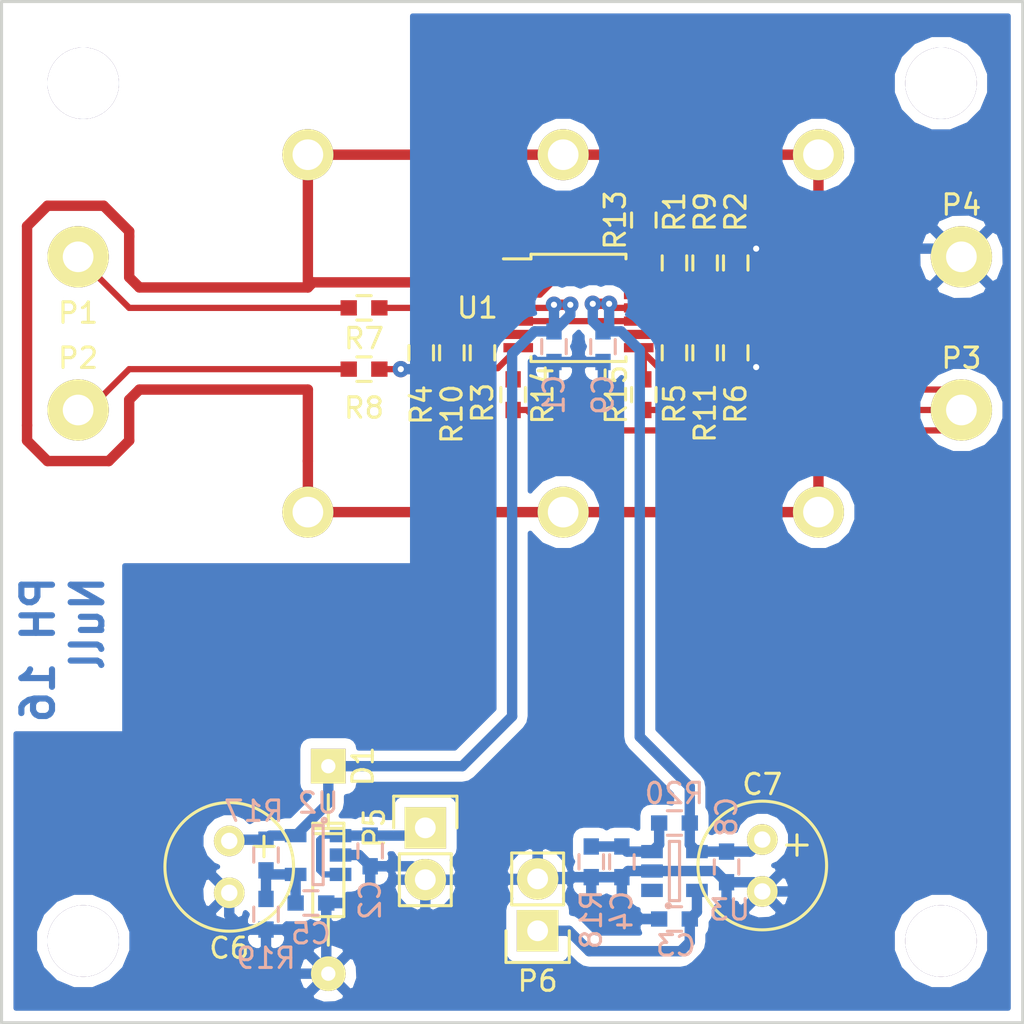
<source format=kicad_pcb>
(kicad_pcb (version 4) (host pcbnew 0.201509182047+6202~30~ubuntu14.04.1-product)

  (general
    (links 75)
    (no_connects 0)
    (area 85.85 68.37412 172.72143 129.65)
    (thickness 1.6)
    (drawings 25)
    (tracks 219)
    (zones 0)
    (modules 47)
    (nets 19)
  )

  (page A4)
  (layers
    (0 F.Cu signal)
    (31 B.Cu signal)
    (32 B.Adhes user hide)
    (33 F.Adhes user hide)
    (34 B.Paste user hide)
    (35 F.Paste user hide)
    (36 B.SilkS user)
    (37 F.SilkS user)
    (38 B.Mask user)
    (39 F.Mask user)
    (40 Dwgs.User user)
    (41 Cmts.User user)
    (42 Eco1.User user)
    (43 Eco2.User user)
    (44 Edge.Cuts user)
    (45 Margin user)
    (46 B.CrtYd user)
    (47 F.CrtYd user)
    (48 B.Fab user hide)
    (49 F.Fab user hide)
  )

  (setup
    (last_trace_width 0.25)
    (user_trace_width 0.3048)
    (user_trace_width 0.381)
    (user_trace_width 0.508)
    (trace_clearance 0.2)
    (zone_clearance 0.508)
    (zone_45_only no)
    (trace_min 0.2)
    (segment_width 0.5)
    (edge_width 0.15)
    (via_size 0.8)
    (via_drill 0.3)
    (via_min_size 0.6)
    (via_min_drill 0.3)
    (uvia_size 0.3)
    (uvia_drill 0.1)
    (uvias_allowed no)
    (uvia_min_size 0)
    (uvia_min_drill 0)
    (pcb_text_width 0.3)
    (pcb_text_size 1.5 1.5)
    (mod_edge_width 0.15)
    (mod_text_size 1 1)
    (mod_text_width 0.15)
    (pad_size 2.5 2.5)
    (pad_drill 1.5)
    (pad_to_mask_clearance 0.2)
    (solder_mask_min_width 0.2)
    (aux_axis_origin 100 120)
    (visible_elements FFFFFF7F)
    (pcbplotparams
      (layerselection 0x010f0_80000001)
      (usegerberextensions true)
      (excludeedgelayer true)
      (linewidth 0.100000)
      (plotframeref false)
      (viasonmask false)
      (mode 1)
      (useauxorigin true)
      (hpglpennumber 1)
      (hpglpenspeed 20)
      (hpglpendiameter 15)
      (hpglpenoverlay 2)
      (psnegative false)
      (psa4output false)
      (plotreference true)
      (plotvalue false)
      (plotinvisibletext false)
      (padsonsilk false)
      (subtractmaskfromsilk false)
      (outputformat 1)
      (mirror false)
      (drillshape 0)
      (scaleselection 1)
      (outputdirectory gerber/))
  )

  (net 0 "")
  (net 1 +2V5)
  (net 2 GND)
  (net 3 "Net-(C2-Pad1)")
  (net 4 "Net-(C3-Pad1)")
  (net 5 "Net-(C4-Pad2)")
  (net 6 "Net-(C5-Pad1)")
  (net 7 VSS)
  (net 8 "Net-(P1-Pad1)")
  (net 9 "Net-(P3-Pad1)")
  (net 10 "Net-(R1-Pad1)")
  (net 11 "Net-(R1-Pad2)")
  (net 12 "Net-(R10-Pad1)")
  (net 13 "Net-(R10-Pad2)")
  (net 14 "Net-(R11-Pad1)")
  (net 15 "Net-(R11-Pad2)")
  (net 16 SHIELD)
  (net 17 "Net-(P2-Pad1)")
  (net 18 "Net-(R7-Pad1)")

  (net_class Default "This is the default net class."
    (clearance 0.2)
    (trace_width 0.25)
    (via_dia 0.8)
    (via_drill 0.3)
    (uvia_dia 0.3)
    (uvia_drill 0.1)
    (add_net +2V5)
    (add_net GND)
    (add_net "Net-(C2-Pad1)")
    (add_net "Net-(C3-Pad1)")
    (add_net "Net-(C4-Pad2)")
    (add_net "Net-(C5-Pad1)")
    (add_net "Net-(P1-Pad1)")
    (add_net "Net-(P2-Pad1)")
    (add_net "Net-(P3-Pad1)")
    (add_net "Net-(R1-Pad1)")
    (add_net "Net-(R1-Pad2)")
    (add_net "Net-(R10-Pad1)")
    (add_net "Net-(R10-Pad2)")
    (add_net "Net-(R11-Pad1)")
    (add_net "Net-(R11-Pad2)")
    (add_net "Net-(R7-Pad1)")
    (add_net VSS)
  )

  (net_class SHIELD ""
    (clearance 0.2)
    (trace_width 0.25)
    (via_dia 1.5)
    (via_drill 1)
    (uvia_dia 0.3)
    (uvia_drill 0.1)
    (add_net SHIELD)
  )

  (module connector:2mm_hole (layer F.Cu) (tedit 57B99746) (tstamp 57B998C8)
    (at 140 95)
    (fp_text reference 2mm_hole (at 0 2) (layer F.SilkS) hide
      (effects (font (size 1.016 1.016) (thickness 0.15)))
    )
    (fp_text value VAL** (at 0 -2) (layer F.SilkS) hide
      (effects (font (size 1.016 1.016) (thickness 0.15)))
    )
    (pad 1 thru_hole circle (at 0 0) (size 2.5 2.5) (drill 1.5) (layers *.Cu *.Mask F.SilkS)
      (net 16 SHIELD))
  )

  (module connector:2mm_hole (layer F.Cu) (tedit 57B99746) (tstamp 57B998C4)
    (at 127.5 95)
    (fp_text reference 2mm_hole (at 0 2) (layer F.SilkS) hide
      (effects (font (size 1.016 1.016) (thickness 0.15)))
    )
    (fp_text value VAL** (at 0 -2) (layer F.SilkS) hide
      (effects (font (size 1.016 1.016) (thickness 0.15)))
    )
    (pad 1 thru_hole circle (at 0 0) (size 2.5 2.5) (drill 1.5) (layers *.Cu *.Mask F.SilkS)
      (net 16 SHIELD))
  )

  (module connector:2mm_hole (layer F.Cu) (tedit 57B99746) (tstamp 57B998C0)
    (at 115 95)
    (fp_text reference 2mm_hole (at 0 2) (layer F.SilkS) hide
      (effects (font (size 1.016 1.016) (thickness 0.15)))
    )
    (fp_text value VAL** (at 0 -2) (layer F.SilkS) hide
      (effects (font (size 1.016 1.016) (thickness 0.15)))
    )
    (pad 1 thru_hole circle (at 0 0) (size 2.5 2.5) (drill 1.5) (layers *.Cu *.Mask F.SilkS)
      (net 16 SHIELD))
  )

  (module connector:2mm_hole (layer F.Cu) (tedit 57B99746) (tstamp 57B998B1)
    (at 115 77.5)
    (fp_text reference 2mm_hole (at 0 2) (layer F.SilkS) hide
      (effects (font (size 1.016 1.016) (thickness 0.15)))
    )
    (fp_text value VAL** (at 0 -2) (layer F.SilkS) hide
      (effects (font (size 1.016 1.016) (thickness 0.15)))
    )
    (pad 1 thru_hole circle (at 0 0) (size 2.5 2.5) (drill 1.5) (layers *.Cu *.Mask F.SilkS)
      (net 16 SHIELD))
  )

  (module connector:2mm_hole (layer F.Cu) (tedit 57B99746) (tstamp 57B998AB)
    (at 127.5 77.5)
    (fp_text reference 2mm_hole (at 0 2) (layer F.SilkS) hide
      (effects (font (size 1.016 1.016) (thickness 0.15)))
    )
    (fp_text value VAL** (at 0 -2) (layer F.SilkS) hide
      (effects (font (size 1.016 1.016) (thickness 0.15)))
    )
    (pad 1 thru_hole circle (at 0 0) (size 2.5 2.5) (drill 1.5) (layers *.Cu *.Mask F.SilkS)
      (net 16 SHIELD))
  )

  (module Mounting_Holes:MountingHole_3-5mm (layer F.Cu) (tedit 579E0C1E) (tstamp 579FA798)
    (at 146 74)
    (descr "Mounting hole, Befestigungsbohrung, 3,5mm, No Annular, Kein Restring,")
    (tags "Mounting hole, Befestigungsbohrung, 3,5mm, No Annular, Kein Restring,")
    (fp_text reference REF** (at 0 -4.50088) (layer F.SilkS) hide
      (effects (font (size 1 1) (thickness 0.15)))
    )
    (fp_text value MountingHole_3-5mm (at 0 5.00126) (layer F.Fab)
      (effects (font (size 1 1) (thickness 0.15)))
    )
    (fp_circle (center 0 0) (end 3.5 0) (layer Cmts.User) (width 0.381))
    (pad 1 thru_hole circle (at 0 0) (size 3.5 3.5) (drill 3.5) (layers))
  )

  (module Mounting_Holes:MountingHole_3-5mm (layer F.Cu) (tedit 579E0C20) (tstamp 579FA793)
    (at 146 116)
    (descr "Mounting hole, Befestigungsbohrung, 3,5mm, No Annular, Kein Restring,")
    (tags "Mounting hole, Befestigungsbohrung, 3,5mm, No Annular, Kein Restring,")
    (fp_text reference REF** (at 0 -4.50088) (layer F.SilkS) hide
      (effects (font (size 1 1) (thickness 0.15)))
    )
    (fp_text value MountingHole_3-5mm (at 0 5.00126) (layer F.Fab)
      (effects (font (size 1 1) (thickness 0.15)))
    )
    (fp_circle (center 0 0) (end 3.5 0) (layer Cmts.User) (width 0.381))
    (pad 1 thru_hole circle (at 0 0) (size 3.5 3.5) (drill 3.5) (layers))
  )

  (module Mounting_Holes:MountingHole_3-5mm (layer F.Cu) (tedit 579E0C23) (tstamp 579FA78E)
    (at 104 116)
    (descr "Mounting hole, Befestigungsbohrung, 3,5mm, No Annular, Kein Restring,")
    (tags "Mounting hole, Befestigungsbohrung, 3,5mm, No Annular, Kein Restring,")
    (fp_text reference REF** (at 0 -4.50088) (layer F.SilkS) hide
      (effects (font (size 1 1) (thickness 0.15)))
    )
    (fp_text value MountingHole_3-5mm (at 0 5.00126) (layer F.Fab)
      (effects (font (size 1 1) (thickness 0.15)))
    )
    (fp_circle (center 0 0) (end 3.5 0) (layer Cmts.User) (width 0.381))
    (pad 1 thru_hole circle (at 0 0) (size 3.5 3.5) (drill 3.5) (layers))
  )

  (module Capacitors_SMD:C_0603 (layer B.Cu) (tedit 5415D631) (tstamp 579CCC86)
    (at 129.45 86.9 90)
    (descr "Capacitor SMD 0603, reflow soldering, AVX (see smccp.pdf)")
    (tags "capacitor 0603")
    (path /579DEBF6)
    (attr smd)
    (fp_text reference C9 (at -2.35 0 90) (layer B.SilkS)
      (effects (font (size 1 1) (thickness 0.15)) (justify mirror))
    )
    (fp_text value 0.1u (at 0 -1.9 90) (layer B.Fab)
      (effects (font (size 1 1) (thickness 0.15)) (justify mirror))
    )
    (fp_line (start -1.45 0.75) (end 1.45 0.75) (layer B.CrtYd) (width 0.05))
    (fp_line (start -1.45 -0.75) (end 1.45 -0.75) (layer B.CrtYd) (width 0.05))
    (fp_line (start -1.45 0.75) (end -1.45 -0.75) (layer B.CrtYd) (width 0.05))
    (fp_line (start 1.45 0.75) (end 1.45 -0.75) (layer B.CrtYd) (width 0.05))
    (fp_line (start -0.35 0.6) (end 0.35 0.6) (layer B.SilkS) (width 0.15))
    (fp_line (start 0.35 -0.6) (end -0.35 -0.6) (layer B.SilkS) (width 0.15))
    (pad 1 smd rect (at -0.75 0 90) (size 0.8 0.75) (layers B.Cu B.Paste B.Mask)
      (net 2 GND))
    (pad 2 smd rect (at 0.75 0 90) (size 0.8 0.75) (layers B.Cu B.Paste B.Mask)
      (net 7 VSS))
    (model Capacitors_SMD.3dshapes/C_0603.wrl
      (at (xyz 0 0 0))
      (scale (xyz 1 1 1))
      (rotate (xyz 0 0 0))
    )
  )

  (module Capacitors_SMD:C_0603 (layer B.Cu) (tedit 5415D631) (tstamp 579CC1F6)
    (at 127.05 86.9 270)
    (descr "Capacitor SMD 0603, reflow soldering, AVX (see smccp.pdf)")
    (tags "capacitor 0603")
    (path /579CB4E8)
    (attr smd)
    (fp_text reference C1 (at 2.35 0 270) (layer B.SilkS)
      (effects (font (size 1 1) (thickness 0.15)) (justify mirror))
    )
    (fp_text value 0.1u (at 0 -1.9 270) (layer B.Fab)
      (effects (font (size 1 1) (thickness 0.15)) (justify mirror))
    )
    (fp_line (start -1.45 0.75) (end 1.45 0.75) (layer B.CrtYd) (width 0.05))
    (fp_line (start -1.45 -0.75) (end 1.45 -0.75) (layer B.CrtYd) (width 0.05))
    (fp_line (start -1.45 0.75) (end -1.45 -0.75) (layer B.CrtYd) (width 0.05))
    (fp_line (start 1.45 0.75) (end 1.45 -0.75) (layer B.CrtYd) (width 0.05))
    (fp_line (start -0.35 0.6) (end 0.35 0.6) (layer B.SilkS) (width 0.15))
    (fp_line (start 0.35 -0.6) (end -0.35 -0.6) (layer B.SilkS) (width 0.15))
    (pad 1 smd rect (at -0.75 0 270) (size 0.8 0.75) (layers B.Cu B.Paste B.Mask)
      (net 1 +2V5))
    (pad 2 smd rect (at 0.75 0 270) (size 0.8 0.75) (layers B.Cu B.Paste B.Mask)
      (net 2 GND))
    (model Capacitors_SMD.3dshapes/C_0603.wrl
      (at (xyz 0 0 0))
      (scale (xyz 1 1 1))
      (rotate (xyz 0 0 0))
    )
  )

  (module Capacitors_SMD:C_0603 (layer B.Cu) (tedit 5415D631) (tstamp 579CC1FC)
    (at 118.05 111.590816 270)
    (descr "Capacitor SMD 0603, reflow soldering, AVX (see smccp.pdf)")
    (tags "capacitor 0603")
    (path /579D225F)
    (attr smd)
    (fp_text reference C2 (at 2.4 0 450) (layer B.SilkS)
      (effects (font (size 1 1) (thickness 0.15)) (justify mirror))
    )
    (fp_text value 1u (at 0 -1.9 270) (layer B.Fab)
      (effects (font (size 1 1) (thickness 0.15)) (justify mirror))
    )
    (fp_line (start -1.45 0.75) (end 1.45 0.75) (layer B.CrtYd) (width 0.05))
    (fp_line (start -1.45 -0.75) (end 1.45 -0.75) (layer B.CrtYd) (width 0.05))
    (fp_line (start -1.45 0.75) (end -1.45 -0.75) (layer B.CrtYd) (width 0.05))
    (fp_line (start 1.45 0.75) (end 1.45 -0.75) (layer B.CrtYd) (width 0.05))
    (fp_line (start -0.35 0.6) (end 0.35 0.6) (layer B.SilkS) (width 0.15))
    (fp_line (start 0.35 -0.6) (end -0.35 -0.6) (layer B.SilkS) (width 0.15))
    (pad 1 smd rect (at -0.75 0 270) (size 0.8 0.75) (layers B.Cu B.Paste B.Mask)
      (net 3 "Net-(C2-Pad1)"))
    (pad 2 smd rect (at 0.75 0 270) (size 0.8 0.75) (layers B.Cu B.Paste B.Mask)
      (net 2 GND))
    (model Capacitors_SMD.3dshapes/C_0603.wrl
      (at (xyz 0 0 0))
      (scale (xyz 1 1 1))
      (rotate (xyz 0 0 0))
    )
  )

  (module Capacitors_SMD:C_0603 (layer B.Cu) (tedit 5415D631) (tstamp 579CC202)
    (at 132.95 114.923444 180)
    (descr "Capacitor SMD 0603, reflow soldering, AVX (see smccp.pdf)")
    (tags "capacitor 0603")
    (path /579D67A6)
    (attr smd)
    (fp_text reference C3 (at -0.070711 -1.308148 180) (layer B.SilkS)
      (effects (font (size 1 1) (thickness 0.15)) (justify mirror))
    )
    (fp_text value 1u (at 0 -1.9 180) (layer B.Fab)
      (effects (font (size 1 1) (thickness 0.15)) (justify mirror))
    )
    (fp_line (start -1.45 0.75) (end 1.45 0.75) (layer B.CrtYd) (width 0.05))
    (fp_line (start -1.45 -0.75) (end 1.45 -0.75) (layer B.CrtYd) (width 0.05))
    (fp_line (start -1.45 0.75) (end -1.45 -0.75) (layer B.CrtYd) (width 0.05))
    (fp_line (start 1.45 0.75) (end 1.45 -0.75) (layer B.CrtYd) (width 0.05))
    (fp_line (start -0.35 0.6) (end 0.35 0.6) (layer B.SilkS) (width 0.15))
    (fp_line (start 0.35 -0.6) (end -0.35 -0.6) (layer B.SilkS) (width 0.15))
    (pad 1 smd rect (at -0.75 0 180) (size 0.8 0.75) (layers B.Cu B.Paste B.Mask)
      (net 4 "Net-(C3-Pad1)"))
    (pad 2 smd rect (at 0.75 0 180) (size 0.8 0.75) (layers B.Cu B.Paste B.Mask)
      (net 2 GND))
    (model Capacitors_SMD.3dshapes/C_0603.wrl
      (at (xyz 0 0 0))
      (scale (xyz 1 1 1))
      (rotate (xyz 0 0 0))
    )
  )

  (module Capacitors_SMD:C_0603 (layer B.Cu) (tedit 5415D631) (tstamp 579CC208)
    (at 130.375 112.123444 90)
    (descr "Capacitor SMD 0603, reflow soldering, AVX (see smccp.pdf)")
    (tags "capacitor 0603")
    (path /579D7600)
    (attr smd)
    (fp_text reference C4 (at -2.4 0 270) (layer B.SilkS)
      (effects (font (size 1 1) (thickness 0.15)) (justify mirror))
    )
    (fp_text value 470p (at 0 -1.9 90) (layer B.Fab)
      (effects (font (size 1 1) (thickness 0.15)) (justify mirror))
    )
    (fp_line (start -1.45 0.75) (end 1.45 0.75) (layer B.CrtYd) (width 0.05))
    (fp_line (start -1.45 -0.75) (end 1.45 -0.75) (layer B.CrtYd) (width 0.05))
    (fp_line (start -1.45 0.75) (end -1.45 -0.75) (layer B.CrtYd) (width 0.05))
    (fp_line (start 1.45 0.75) (end 1.45 -0.75) (layer B.CrtYd) (width 0.05))
    (fp_line (start -0.35 0.6) (end 0.35 0.6) (layer B.SilkS) (width 0.15))
    (fp_line (start 0.35 -0.6) (end -0.35 -0.6) (layer B.SilkS) (width 0.15))
    (pad 1 smd rect (at -0.75 0 90) (size 0.8 0.75) (layers B.Cu B.Paste B.Mask)
      (net 2 GND))
    (pad 2 smd rect (at 0.75 0 90) (size 0.8 0.75) (layers B.Cu B.Paste B.Mask)
      (net 5 "Net-(C4-Pad2)"))
    (model Capacitors_SMD.3dshapes/C_0603.wrl
      (at (xyz 0 0 0))
      (scale (xyz 1 1 1))
      (rotate (xyz 0 0 0))
    )
  )

  (module Capacitors_SMD:C_0603 (layer B.Cu) (tedit 5415D631) (tstamp 579CC20E)
    (at 115.15 114.140816)
    (descr "Capacitor SMD 0603, reflow soldering, AVX (see smccp.pdf)")
    (tags "capacitor 0603")
    (path /579D0556)
    (attr smd)
    (fp_text reference C5 (at 0 1.5) (layer B.SilkS)
      (effects (font (size 1 1) (thickness 0.15)) (justify mirror))
    )
    (fp_text value 470p (at 0 -1.9) (layer B.Fab)
      (effects (font (size 1 1) (thickness 0.15)) (justify mirror))
    )
    (fp_line (start -1.45 0.75) (end 1.45 0.75) (layer B.CrtYd) (width 0.05))
    (fp_line (start -1.45 -0.75) (end 1.45 -0.75) (layer B.CrtYd) (width 0.05))
    (fp_line (start -1.45 0.75) (end -1.45 -0.75) (layer B.CrtYd) (width 0.05))
    (fp_line (start 1.45 0.75) (end 1.45 -0.75) (layer B.CrtYd) (width 0.05))
    (fp_line (start -0.35 0.6) (end 0.35 0.6) (layer B.SilkS) (width 0.15))
    (fp_line (start 0.35 -0.6) (end -0.35 -0.6) (layer B.SilkS) (width 0.15))
    (pad 1 smd rect (at -0.75 0) (size 0.8 0.75) (layers B.Cu B.Paste B.Mask)
      (net 6 "Net-(C5-Pad1)"))
    (pad 2 smd rect (at 0.75 0) (size 0.8 0.75) (layers B.Cu B.Paste B.Mask)
      (net 2 GND))
    (model Capacitors_SMD.3dshapes/C_0603.wrl
      (at (xyz 0 0 0))
      (scale (xyz 1 1 1))
      (rotate (xyz 0 0 0))
    )
  )

  (module Capacitors_Elko_ThroughHole:Elko_vert_11.2x6.3mm_RM2.5_CopperClear (layer F.Cu) (tedit 5454A12B) (tstamp 579CC214)
    (at 111.15 111.100816 270)
    (descr "Electrolytic Capacitor, vertical, diameter 6,3mm, RM 2,5mm, CopperClear, radial,")
    (tags "Electrolytic Capacitor, vertical, diameter 6,3mm, RM 2,5mm, Elko, Electrolytkondensator, Kondensator gepolt, Durchmesser 6,3mm, CopperClear, radial,")
    (path /579D151A)
    (fp_text reference C6 (at 5.25 0 540) (layer F.SilkS)
      (effects (font (size 1 1) (thickness 0.15)))
    )
    (fp_text value 4.7u (at 1.27 5.08 270) (layer F.Fab)
      (effects (font (size 1 1) (thickness 0.15)))
    )
    (fp_line (start 0.26924 -1.69926) (end 0.76962 -1.69926) (layer F.SilkS) (width 0.15))
    (fp_line (start 0.26924 -1.69926) (end 0.26924 -2.19964) (layer F.SilkS) (width 0.15))
    (fp_line (start -0.23114 -1.69926) (end 0.26924 -1.69926) (layer F.SilkS) (width 0.15))
    (fp_line (start 0.26924 -1.69926) (end 0.26924 -1.30048) (layer F.SilkS) (width 0.15))
    (fp_line (start 0.26924 -1.30048) (end 0.26924 -1.19888) (layer F.SilkS) (width 0.15))
    (fp_circle (center 1.27 0) (end 4.4196 0) (layer F.SilkS) (width 0.15))
    (pad 2 thru_hole circle (at 2.54 0 270) (size 1.50114 1.50114) (drill 0.8001) (layers *.Cu *.Mask F.SilkS)
      (net 2 GND))
    (pad 1 thru_hole circle (at 0 0 270) (size 1.50114 1.50114) (drill 0.8001) (layers *.Cu *.Mask F.SilkS)
      (net 1 +2V5))
    (model Capacitors_Elko_ThroughHole.3dshapes/Elko_vert_11.2x6.3mm_RM2.5_CopperClear.wrl
      (at (xyz 0 0 0))
      (scale (xyz 1 1 1))
      (rotate (xyz 0 0 0))
    )
  )

  (module Capacitors_Elko_ThroughHole:Elko_vert_11.2x6.3mm_RM2.5_CopperClear (layer F.Cu) (tedit 5454A12B) (tstamp 579CC21A)
    (at 137.25 111.033444 270)
    (descr "Electrolytic Capacitor, vertical, diameter 6,3mm, RM 2,5mm, CopperClear, radial,")
    (tags "Electrolytic Capacitor, vertical, diameter 6,3mm, RM 2,5mm, Elko, Electrolytkondensator, Kondensator gepolt, Durchmesser 6,3mm, CopperClear, radial,")
    (path /579D6ADD)
    (fp_text reference C7 (at -2.7 0 360) (layer F.SilkS)
      (effects (font (size 1 1) (thickness 0.15)))
    )
    (fp_text value 4.7u (at 1.27 5.08 270) (layer F.Fab)
      (effects (font (size 1 1) (thickness 0.15)))
    )
    (fp_line (start 0.26924 -1.69926) (end 0.76962 -1.69926) (layer F.SilkS) (width 0.15))
    (fp_line (start 0.26924 -1.69926) (end 0.26924 -2.19964) (layer F.SilkS) (width 0.15))
    (fp_line (start -0.23114 -1.69926) (end 0.26924 -1.69926) (layer F.SilkS) (width 0.15))
    (fp_line (start 0.26924 -1.69926) (end 0.26924 -1.30048) (layer F.SilkS) (width 0.15))
    (fp_line (start 0.26924 -1.30048) (end 0.26924 -1.19888) (layer F.SilkS) (width 0.15))
    (fp_circle (center 1.27 0) (end 4.4196 0) (layer F.SilkS) (width 0.15))
    (pad 2 thru_hole circle (at 2.54 0 270) (size 1.50114 1.50114) (drill 0.8001) (layers *.Cu *.Mask F.SilkS)
      (net 2 GND))
    (pad 1 thru_hole circle (at 0 0 270) (size 1.50114 1.50114) (drill 0.8001) (layers *.Cu *.Mask F.SilkS)
      (net 7 VSS))
    (model Capacitors_Elko_ThroughHole.3dshapes/Elko_vert_11.2x6.3mm_RM2.5_CopperClear.wrl
      (at (xyz 0 0 0))
      (scale (xyz 1 1 1))
      (rotate (xyz 0 0 0))
    )
  )

  (module Capacitors_SMD:C_0603 (layer B.Cu) (tedit 5415D631) (tstamp 579CC220)
    (at 135.5 112.373444 270)
    (descr "Capacitor SMD 0603, reflow soldering, AVX (see smccp.pdf)")
    (tags "capacitor 0603")
    (path /579D6B7F)
    (attr smd)
    (fp_text reference C8 (at -2.45 0 270) (layer B.SilkS)
      (effects (font (size 1 1) (thickness 0.15)) (justify mirror))
    )
    (fp_text value 1u (at 0 -1.9 270) (layer B.Fab)
      (effects (font (size 1 1) (thickness 0.15)) (justify mirror))
    )
    (fp_line (start -1.45 0.75) (end 1.45 0.75) (layer B.CrtYd) (width 0.05))
    (fp_line (start -1.45 -0.75) (end 1.45 -0.75) (layer B.CrtYd) (width 0.05))
    (fp_line (start -1.45 0.75) (end -1.45 -0.75) (layer B.CrtYd) (width 0.05))
    (fp_line (start 1.45 0.75) (end 1.45 -0.75) (layer B.CrtYd) (width 0.05))
    (fp_line (start -0.35 0.6) (end 0.35 0.6) (layer B.SilkS) (width 0.15))
    (fp_line (start 0.35 -0.6) (end -0.35 -0.6) (layer B.SilkS) (width 0.15))
    (pad 1 smd rect (at -0.75 0 270) (size 0.8 0.75) (layers B.Cu B.Paste B.Mask)
      (net 7 VSS))
    (pad 2 smd rect (at 0.75 0 270) (size 0.8 0.75) (layers B.Cu B.Paste B.Mask)
      (net 2 GND))
    (model Capacitors_SMD.3dshapes/C_0603.wrl
      (at (xyz 0 0 0))
      (scale (xyz 1 1 1))
      (rotate (xyz 0 0 0))
    )
  )

  (module Measurement_Points:Measurement_Point_Round-TH_Big (layer F.Cu) (tedit 0) (tstamp 579CC23D)
    (at 103.75 82.5)
    (descr "Mesurement Point, Square, Trough Hole,  DM 3mm, Drill 1.5mm,")
    (tags "Mesurement Point, Square, Trough Hole, DM 3mm, Drill 1.5mm,")
    (path /579CE2FB)
    (fp_text reference P1 (at 0 2.75) (layer F.SilkS)
      (effects (font (size 1 1) (thickness 0.15)))
    )
    (fp_text value REF1 (at 0 3.81) (layer F.Fab)
      (effects (font (size 1 1) (thickness 0.15)))
    )
    (pad 1 thru_hole circle (at 0 0) (size 2.99974 2.99974) (drill 1.50114) (layers *.Cu *.Mask F.SilkS)
      (net 8 "Net-(P1-Pad1)"))
  )

  (module Measurement_Points:Measurement_Point_Round-TH_Big (layer F.Cu) (tedit 0) (tstamp 579CC242)
    (at 103.75 90)
    (descr "Mesurement Point, Square, Trough Hole,  DM 3mm, Drill 1.5mm,")
    (tags "Mesurement Point, Square, Trough Hole, DM 3mm, Drill 1.5mm,")
    (path /579CEDA9)
    (fp_text reference P2 (at 0 -2.54) (layer F.SilkS)
      (effects (font (size 1 1) (thickness 0.15)))
    )
    (fp_text value REF2 (at 0 3.81) (layer F.Fab)
      (effects (font (size 1 1) (thickness 0.15)))
    )
    (pad 1 thru_hole circle (at 0 0) (size 2.99974 2.99974) (drill 1.50114) (layers *.Cu *.Mask F.SilkS)
      (net 17 "Net-(P2-Pad1)"))
  )

  (module Measurement_Points:Measurement_Point_Round-TH_Big (layer F.Cu) (tedit 0) (tstamp 579CC247)
    (at 147 90)
    (descr "Mesurement Point, Square, Trough Hole,  DM 3mm, Drill 1.5mm,")
    (tags "Mesurement Point, Square, Trough Hole, DM 3mm, Drill 1.5mm,")
    (path /579CF3FC)
    (fp_text reference P3 (at 0 -2.54) (layer F.SilkS)
      (effects (font (size 1 1) (thickness 0.15)))
    )
    (fp_text value OUTPUT (at 0 3.81) (layer F.Fab)
      (effects (font (size 1 1) (thickness 0.15)))
    )
    (pad 1 thru_hole circle (at 0 0) (size 2.99974 2.99974) (drill 1.50114) (layers *.Cu *.Mask F.SilkS)
      (net 9 "Net-(P3-Pad1)"))
  )

  (module Measurement_Points:Measurement_Point_Round-TH_Big (layer F.Cu) (tedit 0) (tstamp 579CC24C)
    (at 147 82.5)
    (descr "Mesurement Point, Square, Trough Hole,  DM 3mm, Drill 1.5mm,")
    (tags "Mesurement Point, Square, Trough Hole, DM 3mm, Drill 1.5mm,")
    (path /579CFD42)
    (fp_text reference P4 (at 0 -2.54) (layer F.SilkS)
      (effects (font (size 1 1) (thickness 0.15)))
    )
    (fp_text value OUT_GND (at 0 3.81) (layer F.Fab)
      (effects (font (size 1 1) (thickness 0.15)))
    )
    (pad 1 thru_hole circle (at 0 0) (size 2.99974 2.99974) (drill 1.50114) (layers *.Cu *.Mask F.SilkS)
      (net 2 GND))
  )

  (module Capacitors_SMD:C_0603 (layer F.Cu) (tedit 5415D631) (tstamp 579CC261)
    (at 132.95 82.8 270)
    (descr "Capacitor SMD 0603, reflow soldering, AVX (see smccp.pdf)")
    (tags "capacitor 0603")
    (path /579CB7CD)
    (attr smd)
    (fp_text reference R1 (at -2.5 0 270) (layer F.SilkS)
      (effects (font (size 1 1) (thickness 0.15)))
    )
    (fp_text value 180k (at 0 1.9 270) (layer F.Fab)
      (effects (font (size 1 1) (thickness 0.15)))
    )
    (fp_line (start -1.45 -0.75) (end 1.45 -0.75) (layer F.CrtYd) (width 0.05))
    (fp_line (start -1.45 0.75) (end 1.45 0.75) (layer F.CrtYd) (width 0.05))
    (fp_line (start -1.45 -0.75) (end -1.45 0.75) (layer F.CrtYd) (width 0.05))
    (fp_line (start 1.45 -0.75) (end 1.45 0.75) (layer F.CrtYd) (width 0.05))
    (fp_line (start -0.35 -0.6) (end 0.35 -0.6) (layer F.SilkS) (width 0.15))
    (fp_line (start 0.35 0.6) (end -0.35 0.6) (layer F.SilkS) (width 0.15))
    (pad 1 smd rect (at -0.75 0 270) (size 0.8 0.75) (layers F.Cu F.Paste F.Mask)
      (net 10 "Net-(R1-Pad1)"))
    (pad 2 smd rect (at 0.75 0 270) (size 0.8 0.75) (layers F.Cu F.Paste F.Mask)
      (net 11 "Net-(R1-Pad2)"))
    (model Capacitors_SMD.3dshapes/C_0603.wrl
      (at (xyz 0 0 0))
      (scale (xyz 1 1 1))
      (rotate (xyz 0 0 0))
    )
  )

  (module Capacitors_SMD:C_0603 (layer F.Cu) (tedit 5415D631) (tstamp 579CC267)
    (at 135.95 82.8 90)
    (descr "Capacitor SMD 0603, reflow soldering, AVX (see smccp.pdf)")
    (tags "capacitor 0603")
    (path /579CB8A1)
    (attr smd)
    (fp_text reference R2 (at 2.5 0 90) (layer F.SilkS)
      (effects (font (size 1 1) (thickness 0.15)))
    )
    (fp_text value 1k (at 0 1.9 90) (layer F.Fab)
      (effects (font (size 1 1) (thickness 0.15)))
    )
    (fp_line (start -1.45 -0.75) (end 1.45 -0.75) (layer F.CrtYd) (width 0.05))
    (fp_line (start -1.45 0.75) (end 1.45 0.75) (layer F.CrtYd) (width 0.05))
    (fp_line (start -1.45 -0.75) (end -1.45 0.75) (layer F.CrtYd) (width 0.05))
    (fp_line (start 1.45 -0.75) (end 1.45 0.75) (layer F.CrtYd) (width 0.05))
    (fp_line (start -0.35 -0.6) (end 0.35 -0.6) (layer F.SilkS) (width 0.15))
    (fp_line (start 0.35 0.6) (end -0.35 0.6) (layer F.SilkS) (width 0.15))
    (pad 1 smd rect (at -0.75 0 90) (size 0.8 0.75) (layers F.Cu F.Paste F.Mask)
      (net 11 "Net-(R1-Pad2)"))
    (pad 2 smd rect (at 0.75 0 90) (size 0.8 0.75) (layers F.Cu F.Paste F.Mask)
      (net 2 GND))
    (model Capacitors_SMD.3dshapes/C_0603.wrl
      (at (xyz 0 0 0))
      (scale (xyz 1 1 1))
      (rotate (xyz 0 0 0))
    )
  )

  (module Capacitors_SMD:C_0603 (layer F.Cu) (tedit 5415D631) (tstamp 579CC26D)
    (at 123.55 87.2 90)
    (descr "Capacitor SMD 0603, reflow soldering, AVX (see smccp.pdf)")
    (tags "capacitor 0603")
    (path /579CBC59)
    (attr smd)
    (fp_text reference R3 (at -2.45 0 90) (layer F.SilkS)
      (effects (font (size 1 1) (thickness 0.15)))
    )
    (fp_text value 180k (at 0 1.9 90) (layer F.Fab)
      (effects (font (size 1 1) (thickness 0.15)))
    )
    (fp_line (start -1.45 -0.75) (end 1.45 -0.75) (layer F.CrtYd) (width 0.05))
    (fp_line (start -1.45 0.75) (end 1.45 0.75) (layer F.CrtYd) (width 0.05))
    (fp_line (start -1.45 -0.75) (end -1.45 0.75) (layer F.CrtYd) (width 0.05))
    (fp_line (start 1.45 -0.75) (end 1.45 0.75) (layer F.CrtYd) (width 0.05))
    (fp_line (start -0.35 -0.6) (end 0.35 -0.6) (layer F.SilkS) (width 0.15))
    (fp_line (start 0.35 0.6) (end -0.35 0.6) (layer F.SilkS) (width 0.15))
    (pad 1 smd rect (at -0.75 0 90) (size 0.8 0.75) (layers F.Cu F.Paste F.Mask)
      (net 12 "Net-(R10-Pad1)"))
    (pad 2 smd rect (at 0.75 0 90) (size 0.8 0.75) (layers F.Cu F.Paste F.Mask)
      (net 13 "Net-(R10-Pad2)"))
    (model Capacitors_SMD.3dshapes/C_0603.wrl
      (at (xyz 0 0 0))
      (scale (xyz 1 1 1))
      (rotate (xyz 0 0 0))
    )
  )

  (module Capacitors_SMD:C_0603 (layer F.Cu) (tedit 5415D631) (tstamp 579CC273)
    (at 120.55 87.2 270)
    (descr "Capacitor SMD 0603, reflow soldering, AVX (see smccp.pdf)")
    (tags "capacitor 0603")
    (path /579CBC6B)
    (attr smd)
    (fp_text reference R4 (at 2.55 0 270) (layer F.SilkS)
      (effects (font (size 1 1) (thickness 0.15)))
    )
    (fp_text value 1k (at 0 1.9 270) (layer F.Fab)
      (effects (font (size 1 1) (thickness 0.15)))
    )
    (fp_line (start -1.45 -0.75) (end 1.45 -0.75) (layer F.CrtYd) (width 0.05))
    (fp_line (start -1.45 0.75) (end 1.45 0.75) (layer F.CrtYd) (width 0.05))
    (fp_line (start -1.45 -0.75) (end -1.45 0.75) (layer F.CrtYd) (width 0.05))
    (fp_line (start 1.45 -0.75) (end 1.45 0.75) (layer F.CrtYd) (width 0.05))
    (fp_line (start -0.35 -0.6) (end 0.35 -0.6) (layer F.SilkS) (width 0.15))
    (fp_line (start 0.35 0.6) (end -0.35 0.6) (layer F.SilkS) (width 0.15))
    (pad 1 smd rect (at -0.75 0 270) (size 0.8 0.75) (layers F.Cu F.Paste F.Mask)
      (net 13 "Net-(R10-Pad2)"))
    (pad 2 smd rect (at 0.75 0 270) (size 0.8 0.75) (layers F.Cu F.Paste F.Mask)
      (net 2 GND))
    (model Capacitors_SMD.3dshapes/C_0603.wrl
      (at (xyz 0 0 0))
      (scale (xyz 1 1 1))
      (rotate (xyz 0 0 0))
    )
  )

  (module Capacitors_SMD:C_0603 (layer F.Cu) (tedit 5415D631) (tstamp 579CC279)
    (at 132.95 87.2 90)
    (descr "Capacitor SMD 0603, reflow soldering, AVX (see smccp.pdf)")
    (tags "capacitor 0603")
    (path /579CC13F)
    (attr smd)
    (fp_text reference R5 (at -2.5 0 90) (layer F.SilkS)
      (effects (font (size 1 1) (thickness 0.15)))
    )
    (fp_text value 180k (at 0 1.9 90) (layer F.Fab)
      (effects (font (size 1 1) (thickness 0.15)))
    )
    (fp_line (start -1.45 -0.75) (end 1.45 -0.75) (layer F.CrtYd) (width 0.05))
    (fp_line (start -1.45 0.75) (end 1.45 0.75) (layer F.CrtYd) (width 0.05))
    (fp_line (start -1.45 -0.75) (end -1.45 0.75) (layer F.CrtYd) (width 0.05))
    (fp_line (start 1.45 -0.75) (end 1.45 0.75) (layer F.CrtYd) (width 0.05))
    (fp_line (start -0.35 -0.6) (end 0.35 -0.6) (layer F.SilkS) (width 0.15))
    (fp_line (start 0.35 0.6) (end -0.35 0.6) (layer F.SilkS) (width 0.15))
    (pad 1 smd rect (at -0.75 0 90) (size 0.8 0.75) (layers F.Cu F.Paste F.Mask)
      (net 14 "Net-(R11-Pad1)"))
    (pad 2 smd rect (at 0.75 0 90) (size 0.8 0.75) (layers F.Cu F.Paste F.Mask)
      (net 15 "Net-(R11-Pad2)"))
    (model Capacitors_SMD.3dshapes/C_0603.wrl
      (at (xyz 0 0 0))
      (scale (xyz 1 1 1))
      (rotate (xyz 0 0 0))
    )
  )

  (module Capacitors_SMD:C_0603 (layer F.Cu) (tedit 5415D631) (tstamp 579CC27F)
    (at 135.95 87.2 270)
    (descr "Capacitor SMD 0603, reflow soldering, AVX (see smccp.pdf)")
    (tags "capacitor 0603")
    (path /579CC151)
    (attr smd)
    (fp_text reference R6 (at 2.5 0 270) (layer F.SilkS)
      (effects (font (size 1 1) (thickness 0.15)))
    )
    (fp_text value 1k (at 0 1.9 270) (layer F.Fab)
      (effects (font (size 1 1) (thickness 0.15)))
    )
    (fp_line (start -1.45 -0.75) (end 1.45 -0.75) (layer F.CrtYd) (width 0.05))
    (fp_line (start -1.45 0.75) (end 1.45 0.75) (layer F.CrtYd) (width 0.05))
    (fp_line (start -1.45 -0.75) (end -1.45 0.75) (layer F.CrtYd) (width 0.05))
    (fp_line (start 1.45 -0.75) (end 1.45 0.75) (layer F.CrtYd) (width 0.05))
    (fp_line (start -0.35 -0.6) (end 0.35 -0.6) (layer F.SilkS) (width 0.15))
    (fp_line (start 0.35 0.6) (end -0.35 0.6) (layer F.SilkS) (width 0.15))
    (pad 1 smd rect (at -0.75 0 270) (size 0.8 0.75) (layers F.Cu F.Paste F.Mask)
      (net 15 "Net-(R11-Pad2)"))
    (pad 2 smd rect (at 0.75 0 270) (size 0.8 0.75) (layers F.Cu F.Paste F.Mask)
      (net 2 GND))
    (model Capacitors_SMD.3dshapes/C_0603.wrl
      (at (xyz 0 0 0))
      (scale (xyz 1 1 1))
      (rotate (xyz 0 0 0))
    )
  )

  (module Capacitors_SMD:C_0603 (layer F.Cu) (tedit 5415D631) (tstamp 579CC291)
    (at 134.45 82.8 270)
    (descr "Capacitor SMD 0603, reflow soldering, AVX (see smccp.pdf)")
    (tags "capacitor 0603")
    (path /579CB818)
    (attr smd)
    (fp_text reference R9 (at -2.5 0 270) (layer F.SilkS)
      (effects (font (size 1 1) (thickness 0.15)))
    )
    (fp_text value 220k (at 0 1.9 270) (layer F.Fab)
      (effects (font (size 1 1) (thickness 0.15)))
    )
    (fp_line (start -1.45 -0.75) (end 1.45 -0.75) (layer F.CrtYd) (width 0.05))
    (fp_line (start -1.45 0.75) (end 1.45 0.75) (layer F.CrtYd) (width 0.05))
    (fp_line (start -1.45 -0.75) (end -1.45 0.75) (layer F.CrtYd) (width 0.05))
    (fp_line (start 1.45 -0.75) (end 1.45 0.75) (layer F.CrtYd) (width 0.05))
    (fp_line (start -0.35 -0.6) (end 0.35 -0.6) (layer F.SilkS) (width 0.15))
    (fp_line (start 0.35 0.6) (end -0.35 0.6) (layer F.SilkS) (width 0.15))
    (pad 1 smd rect (at -0.75 0 270) (size 0.8 0.75) (layers F.Cu F.Paste F.Mask)
      (net 10 "Net-(R1-Pad1)"))
    (pad 2 smd rect (at 0.75 0 270) (size 0.8 0.75) (layers F.Cu F.Paste F.Mask)
      (net 11 "Net-(R1-Pad2)"))
    (model Capacitors_SMD.3dshapes/C_0603.wrl
      (at (xyz 0 0 0))
      (scale (xyz 1 1 1))
      (rotate (xyz 0 0 0))
    )
  )

  (module Capacitors_SMD:C_0603 (layer F.Cu) (tedit 5415D631) (tstamp 579CC297)
    (at 122.05 87.2 90)
    (descr "Capacitor SMD 0603, reflow soldering, AVX (see smccp.pdf)")
    (tags "capacitor 0603")
    (path /579CBC5F)
    (attr smd)
    (fp_text reference R10 (at -3 0 90) (layer F.SilkS)
      (effects (font (size 1 1) (thickness 0.15)))
    )
    (fp_text value 220k (at 0 1.9 90) (layer F.Fab)
      (effects (font (size 1 1) (thickness 0.15)))
    )
    (fp_line (start -1.45 -0.75) (end 1.45 -0.75) (layer F.CrtYd) (width 0.05))
    (fp_line (start -1.45 0.75) (end 1.45 0.75) (layer F.CrtYd) (width 0.05))
    (fp_line (start -1.45 -0.75) (end -1.45 0.75) (layer F.CrtYd) (width 0.05))
    (fp_line (start 1.45 -0.75) (end 1.45 0.75) (layer F.CrtYd) (width 0.05))
    (fp_line (start -0.35 -0.6) (end 0.35 -0.6) (layer F.SilkS) (width 0.15))
    (fp_line (start 0.35 0.6) (end -0.35 0.6) (layer F.SilkS) (width 0.15))
    (pad 1 smd rect (at -0.75 0 90) (size 0.8 0.75) (layers F.Cu F.Paste F.Mask)
      (net 12 "Net-(R10-Pad1)"))
    (pad 2 smd rect (at 0.75 0 90) (size 0.8 0.75) (layers F.Cu F.Paste F.Mask)
      (net 13 "Net-(R10-Pad2)"))
    (model Capacitors_SMD.3dshapes/C_0603.wrl
      (at (xyz 0 0 0))
      (scale (xyz 1 1 1))
      (rotate (xyz 0 0 0))
    )
  )

  (module Capacitors_SMD:C_0603 (layer F.Cu) (tedit 5415D631) (tstamp 579CC29D)
    (at 134.45 87.2 90)
    (descr "Capacitor SMD 0603, reflow soldering, AVX (see smccp.pdf)")
    (tags "capacitor 0603")
    (path /579CC145)
    (attr smd)
    (fp_text reference R11 (at -2.95 0 90) (layer F.SilkS)
      (effects (font (size 1 1) (thickness 0.15)))
    )
    (fp_text value 220k (at 0 1.9 90) (layer F.Fab)
      (effects (font (size 1 1) (thickness 0.15)))
    )
    (fp_line (start -1.45 -0.75) (end 1.45 -0.75) (layer F.CrtYd) (width 0.05))
    (fp_line (start -1.45 0.75) (end 1.45 0.75) (layer F.CrtYd) (width 0.05))
    (fp_line (start -1.45 -0.75) (end -1.45 0.75) (layer F.CrtYd) (width 0.05))
    (fp_line (start 1.45 -0.75) (end 1.45 0.75) (layer F.CrtYd) (width 0.05))
    (fp_line (start -0.35 -0.6) (end 0.35 -0.6) (layer F.SilkS) (width 0.15))
    (fp_line (start 0.35 0.6) (end -0.35 0.6) (layer F.SilkS) (width 0.15))
    (pad 1 smd rect (at -0.75 0 90) (size 0.8 0.75) (layers F.Cu F.Paste F.Mask)
      (net 14 "Net-(R11-Pad1)"))
    (pad 2 smd rect (at 0.75 0 90) (size 0.8 0.75) (layers F.Cu F.Paste F.Mask)
      (net 15 "Net-(R11-Pad2)"))
    (model Capacitors_SMD.3dshapes/C_0603.wrl
      (at (xyz 0 0 0))
      (scale (xyz 1 1 1))
      (rotate (xyz 0 0 0))
    )
  )

  (module Capacitors_SMD:C_0603 (layer F.Cu) (tedit 5415D631) (tstamp 579CC2A9)
    (at 131.45 80.7 270)
    (descr "Capacitor SMD 0603, reflow soldering, AVX (see smccp.pdf)")
    (tags "capacitor 0603")
    (path /579CB83F)
    (attr smd)
    (fp_text reference R13 (at 0 1.4 450) (layer F.SilkS)
      (effects (font (size 1 1) (thickness 0.15)))
    )
    (fp_text value 10R (at 0 1.9 270) (layer F.Fab)
      (effects (font (size 1 1) (thickness 0.15)))
    )
    (fp_line (start -1.45 -0.75) (end 1.45 -0.75) (layer F.CrtYd) (width 0.05))
    (fp_line (start -1.45 0.75) (end 1.45 0.75) (layer F.CrtYd) (width 0.05))
    (fp_line (start -1.45 -0.75) (end -1.45 0.75) (layer F.CrtYd) (width 0.05))
    (fp_line (start 1.45 -0.75) (end 1.45 0.75) (layer F.CrtYd) (width 0.05))
    (fp_line (start -0.35 -0.6) (end 0.35 -0.6) (layer F.SilkS) (width 0.15))
    (fp_line (start 0.35 0.6) (end -0.35 0.6) (layer F.SilkS) (width 0.15))
    (pad 1 smd rect (at -0.75 0 270) (size 0.8 0.75) (layers F.Cu F.Paste F.Mask)
      (net 9 "Net-(P3-Pad1)"))
    (pad 2 smd rect (at 0.75 0 270) (size 0.8 0.75) (layers F.Cu F.Paste F.Mask)
      (net 10 "Net-(R1-Pad1)"))
    (model Capacitors_SMD.3dshapes/C_0603.wrl
      (at (xyz 0 0 0))
      (scale (xyz 1 1 1))
      (rotate (xyz 0 0 0))
    )
  )

  (module Capacitors_SMD:C_0603 (layer F.Cu) (tedit 5415D631) (tstamp 579CC2AF)
    (at 125.05 89.25 90)
    (descr "Capacitor SMD 0603, reflow soldering, AVX (see smccp.pdf)")
    (tags "capacitor 0603")
    (path /579CBC65)
    (attr smd)
    (fp_text reference R14 (at 0 1.45 270) (layer F.SilkS)
      (effects (font (size 1 1) (thickness 0.15)))
    )
    (fp_text value 10R (at 0 1.9 90) (layer F.Fab)
      (effects (font (size 1 1) (thickness 0.15)))
    )
    (fp_line (start -1.45 -0.75) (end 1.45 -0.75) (layer F.CrtYd) (width 0.05))
    (fp_line (start -1.45 0.75) (end 1.45 0.75) (layer F.CrtYd) (width 0.05))
    (fp_line (start -1.45 -0.75) (end -1.45 0.75) (layer F.CrtYd) (width 0.05))
    (fp_line (start 1.45 -0.75) (end 1.45 0.75) (layer F.CrtYd) (width 0.05))
    (fp_line (start -0.35 -0.6) (end 0.35 -0.6) (layer F.SilkS) (width 0.15))
    (fp_line (start 0.35 0.6) (end -0.35 0.6) (layer F.SilkS) (width 0.15))
    (pad 1 smd rect (at -0.75 0 90) (size 0.8 0.75) (layers F.Cu F.Paste F.Mask)
      (net 9 "Net-(P3-Pad1)"))
    (pad 2 smd rect (at 0.75 0 90) (size 0.8 0.75) (layers F.Cu F.Paste F.Mask)
      (net 12 "Net-(R10-Pad1)"))
    (model Capacitors_SMD.3dshapes/C_0603.wrl
      (at (xyz 0 0 0))
      (scale (xyz 1 1 1))
      (rotate (xyz 0 0 0))
    )
  )

  (module Capacitors_SMD:C_0603 (layer F.Cu) (tedit 5415D631) (tstamp 579CC2B5)
    (at 131.45 89.25 90)
    (descr "Capacitor SMD 0603, reflow soldering, AVX (see smccp.pdf)")
    (tags "capacitor 0603")
    (path /579CC14B)
    (attr smd)
    (fp_text reference R15 (at 0 -1.35 90) (layer F.SilkS)
      (effects (font (size 1 1) (thickness 0.15)))
    )
    (fp_text value 10R (at 0 1.9 90) (layer F.Fab)
      (effects (font (size 1 1) (thickness 0.15)))
    )
    (fp_line (start -1.45 -0.75) (end 1.45 -0.75) (layer F.CrtYd) (width 0.05))
    (fp_line (start -1.45 0.75) (end 1.45 0.75) (layer F.CrtYd) (width 0.05))
    (fp_line (start -1.45 -0.75) (end -1.45 0.75) (layer F.CrtYd) (width 0.05))
    (fp_line (start 1.45 -0.75) (end 1.45 0.75) (layer F.CrtYd) (width 0.05))
    (fp_line (start -0.35 -0.6) (end 0.35 -0.6) (layer F.SilkS) (width 0.15))
    (fp_line (start 0.35 0.6) (end -0.35 0.6) (layer F.SilkS) (width 0.15))
    (pad 1 smd rect (at -0.75 0 90) (size 0.8 0.75) (layers F.Cu F.Paste F.Mask)
      (net 9 "Net-(P3-Pad1)"))
    (pad 2 smd rect (at 0.75 0 90) (size 0.8 0.75) (layers F.Cu F.Paste F.Mask)
      (net 14 "Net-(R11-Pad1)"))
    (model Capacitors_SMD.3dshapes/C_0603.wrl
      (at (xyz 0 0 0))
      (scale (xyz 1 1 1))
      (rotate (xyz 0 0 0))
    )
  )

  (module Capacitors_SMD:C_0603 (layer B.Cu) (tedit 5415D631) (tstamp 579CC2C1)
    (at 112.95 111.790816 90)
    (descr "Capacitor SMD 0603, reflow soldering, AVX (see smccp.pdf)")
    (tags "capacitor 0603")
    (path /579D094E)
    (attr smd)
    (fp_text reference R17 (at 2.15 -0.6 360) (layer B.SilkS)
      (effects (font (size 1 1) (thickness 0.15)) (justify mirror))
    )
    (fp_text value 10k (at 0 -1.9 90) (layer B.Fab)
      (effects (font (size 1 1) (thickness 0.15)) (justify mirror))
    )
    (fp_line (start -1.45 0.75) (end 1.45 0.75) (layer B.CrtYd) (width 0.05))
    (fp_line (start -1.45 -0.75) (end 1.45 -0.75) (layer B.CrtYd) (width 0.05))
    (fp_line (start -1.45 0.75) (end -1.45 -0.75) (layer B.CrtYd) (width 0.05))
    (fp_line (start 1.45 0.75) (end 1.45 -0.75) (layer B.CrtYd) (width 0.05))
    (fp_line (start -0.35 0.6) (end 0.35 0.6) (layer B.SilkS) (width 0.15))
    (fp_line (start 0.35 -0.6) (end -0.35 -0.6) (layer B.SilkS) (width 0.15))
    (pad 1 smd rect (at -0.75 0 90) (size 0.8 0.75) (layers B.Cu B.Paste B.Mask)
      (net 6 "Net-(C5-Pad1)"))
    (pad 2 smd rect (at 0.75 0 90) (size 0.8 0.75) (layers B.Cu B.Paste B.Mask)
      (net 1 +2V5))
    (model Capacitors_SMD.3dshapes/C_0603.wrl
      (at (xyz 0 0 0))
      (scale (xyz 1 1 1))
      (rotate (xyz 0 0 0))
    )
  )

  (module Capacitors_SMD:C_0603 (layer B.Cu) (tedit 5415D631) (tstamp 579CC2C7)
    (at 128.875 112.123444 270)
    (descr "Capacitor SMD 0603, reflow soldering, AVX (see smccp.pdf)")
    (tags "capacitor 0603")
    (path /579D730D)
    (attr smd)
    (fp_text reference R18 (at 2.825 0 270) (layer B.SilkS)
      (effects (font (size 1 1) (thickness 0.15)) (justify mirror))
    )
    (fp_text value 10k (at 0 -1.9 270) (layer B.Fab)
      (effects (font (size 1 1) (thickness 0.15)) (justify mirror))
    )
    (fp_line (start -1.45 0.75) (end 1.45 0.75) (layer B.CrtYd) (width 0.05))
    (fp_line (start -1.45 -0.75) (end 1.45 -0.75) (layer B.CrtYd) (width 0.05))
    (fp_line (start -1.45 0.75) (end -1.45 -0.75) (layer B.CrtYd) (width 0.05))
    (fp_line (start 1.45 0.75) (end 1.45 -0.75) (layer B.CrtYd) (width 0.05))
    (fp_line (start -0.35 0.6) (end 0.35 0.6) (layer B.SilkS) (width 0.15))
    (fp_line (start 0.35 -0.6) (end -0.35 -0.6) (layer B.SilkS) (width 0.15))
    (pad 1 smd rect (at -0.75 0 270) (size 0.8 0.75) (layers B.Cu B.Paste B.Mask)
      (net 5 "Net-(C4-Pad2)"))
    (pad 2 smd rect (at 0.75 0 270) (size 0.8 0.75) (layers B.Cu B.Paste B.Mask)
      (net 2 GND))
    (model Capacitors_SMD.3dshapes/C_0603.wrl
      (at (xyz 0 0 0))
      (scale (xyz 1 1 1))
      (rotate (xyz 0 0 0))
    )
  )

  (module Capacitors_SMD:C_0603 (layer B.Cu) (tedit 5415D631) (tstamp 579CC2CD)
    (at 112.95 114.690816 270)
    (descr "Capacitor SMD 0603, reflow soldering, AVX (see smccp.pdf)")
    (tags "capacitor 0603")
    (path /579D0A1F)
    (attr smd)
    (fp_text reference R19 (at 2.15 0 540) (layer B.SilkS)
      (effects (font (size 1 1) (thickness 0.15)) (justify mirror))
    )
    (fp_text value 10k (at 0 -1.9 270) (layer B.Fab)
      (effects (font (size 1 1) (thickness 0.15)) (justify mirror))
    )
    (fp_line (start -1.45 0.75) (end 1.45 0.75) (layer B.CrtYd) (width 0.05))
    (fp_line (start -1.45 -0.75) (end 1.45 -0.75) (layer B.CrtYd) (width 0.05))
    (fp_line (start -1.45 0.75) (end -1.45 -0.75) (layer B.CrtYd) (width 0.05))
    (fp_line (start 1.45 0.75) (end 1.45 -0.75) (layer B.CrtYd) (width 0.05))
    (fp_line (start -0.35 0.6) (end 0.35 0.6) (layer B.SilkS) (width 0.15))
    (fp_line (start 0.35 -0.6) (end -0.35 -0.6) (layer B.SilkS) (width 0.15))
    (pad 1 smd rect (at -0.75 0 270) (size 0.8 0.75) (layers B.Cu B.Paste B.Mask)
      (net 6 "Net-(C5-Pad1)"))
    (pad 2 smd rect (at 0.75 0 270) (size 0.8 0.75) (layers B.Cu B.Paste B.Mask)
      (net 2 GND))
    (model Capacitors_SMD.3dshapes/C_0603.wrl
      (at (xyz 0 0 0))
      (scale (xyz 1 1 1))
      (rotate (xyz 0 0 0))
    )
  )

  (module Capacitors_SMD:C_0603 (layer B.Cu) (tedit 5415D631) (tstamp 579CC2D3)
    (at 132.95 110.223444 180)
    (descr "Capacitor SMD 0603, reflow soldering, AVX (see smccp.pdf)")
    (tags "capacitor 0603")
    (path /579D711F)
    (attr smd)
    (fp_text reference R20 (at 0 1.45 180) (layer B.SilkS)
      (effects (font (size 1 1) (thickness 0.15)) (justify mirror))
    )
    (fp_text value 10.7k (at 0 -1.9 180) (layer B.Fab)
      (effects (font (size 1 1) (thickness 0.15)) (justify mirror))
    )
    (fp_line (start -1.45 0.75) (end 1.45 0.75) (layer B.CrtYd) (width 0.05))
    (fp_line (start -1.45 -0.75) (end 1.45 -0.75) (layer B.CrtYd) (width 0.05))
    (fp_line (start -1.45 0.75) (end -1.45 -0.75) (layer B.CrtYd) (width 0.05))
    (fp_line (start 1.45 0.75) (end 1.45 -0.75) (layer B.CrtYd) (width 0.05))
    (fp_line (start -0.35 0.6) (end 0.35 0.6) (layer B.SilkS) (width 0.15))
    (fp_line (start 0.35 -0.6) (end -0.35 -0.6) (layer B.SilkS) (width 0.15))
    (pad 1 smd rect (at -0.75 0 180) (size 0.8 0.75) (layers B.Cu B.Paste B.Mask)
      (net 7 VSS))
    (pad 2 smd rect (at 0.75 0 180) (size 0.8 0.75) (layers B.Cu B.Paste B.Mask)
      (net 5 "Net-(C4-Pad2)"))
    (model Capacitors_SMD.3dshapes/C_0603.wrl
      (at (xyz 0 0 0))
      (scale (xyz 1 1 1))
      (rotate (xyz 0 0 0))
    )
  )

  (module Housings_SSOP:TSSOP-14_4.4x5mm_Pitch0.65mm (layer F.Cu) (tedit 54130A77) (tstamp 579CC2E5)
    (at 128.25 85)
    (descr "14-Lead Plastic Thin Shrink Small Outline (ST)-4.4 mm Body [TSSOP] (see Microchip Packaging Specification 00000049BS.pdf)")
    (tags "SSOP 0.65")
    (path /579CB32C)
    (attr smd)
    (fp_text reference U1 (at -4.95 0 180) (layer F.SilkS)
      (effects (font (size 1 1) (thickness 0.15)))
    )
    (fp_text value IC-Hq (at 0 3.55) (layer F.Fab)
      (effects (font (size 1 1) (thickness 0.15)))
    )
    (fp_line (start -3.95 -2.8) (end -3.95 2.8) (layer F.CrtYd) (width 0.05))
    (fp_line (start 3.95 -2.8) (end 3.95 2.8) (layer F.CrtYd) (width 0.05))
    (fp_line (start -3.95 -2.8) (end 3.95 -2.8) (layer F.CrtYd) (width 0.05))
    (fp_line (start -3.95 2.8) (end 3.95 2.8) (layer F.CrtYd) (width 0.05))
    (fp_line (start -2.325 -2.625) (end -2.325 -2.4) (layer F.SilkS) (width 0.15))
    (fp_line (start 2.325 -2.625) (end 2.325 -2.4) (layer F.SilkS) (width 0.15))
    (fp_line (start 2.325 2.625) (end 2.325 2.4) (layer F.SilkS) (width 0.15))
    (fp_line (start -2.325 2.625) (end -2.325 2.4) (layer F.SilkS) (width 0.15))
    (fp_line (start -2.325 -2.625) (end 2.325 -2.625) (layer F.SilkS) (width 0.15))
    (fp_line (start -2.325 2.625) (end 2.325 2.625) (layer F.SilkS) (width 0.15))
    (fp_line (start -2.325 -2.4) (end -3.675 -2.4) (layer F.SilkS) (width 0.15))
    (pad 1 smd rect (at -2.95 -1.95) (size 1.45 0.45) (layers F.Cu F.Paste F.Mask)
      (net 16 SHIELD))
    (pad 2 smd rect (at -2.95 -1.3) (size 1.45 0.45) (layers F.Cu F.Paste F.Mask)
      (net 16 SHIELD))
    (pad 3 smd rect (at -2.95 -0.65) (size 1.45 0.45) (layers F.Cu F.Paste F.Mask)
      (net 11 "Net-(R1-Pad2)"))
    (pad 4 smd rect (at -2.95 0) (size 1.45 0.45) (layers F.Cu F.Paste F.Mask)
      (net 1 +2V5))
    (pad 5 smd rect (at -2.95 0.65) (size 1.45 0.45) (layers F.Cu F.Paste F.Mask)
      (net 18 "Net-(R7-Pad1)"))
    (pad 6 smd rect (at -2.95 1.3) (size 1.45 0.45) (layers F.Cu F.Paste F.Mask)
      (net 13 "Net-(R10-Pad2)"))
    (pad 7 smd rect (at -2.95 1.95) (size 1.45 0.45) (layers F.Cu F.Paste F.Mask)
      (net 12 "Net-(R10-Pad1)"))
    (pad 8 smd rect (at 2.95 1.95) (size 1.45 0.45) (layers F.Cu F.Paste F.Mask)
      (net 14 "Net-(R11-Pad1)"))
    (pad 9 smd rect (at 2.95 1.3) (size 1.45 0.45) (layers F.Cu F.Paste F.Mask)
      (net 15 "Net-(R11-Pad2)"))
    (pad 10 smd rect (at 2.95 0.65) (size 1.45 0.45) (layers F.Cu F.Paste F.Mask)
      (net 18 "Net-(R7-Pad1)"))
    (pad 11 smd rect (at 2.95 0) (size 1.45 0.45) (layers F.Cu F.Paste F.Mask)
      (net 7 VSS))
    (pad 12 smd rect (at 2.95 -0.65) (size 1.45 0.45) (layers F.Cu F.Paste F.Mask)
      (net 18 "Net-(R7-Pad1)"))
    (pad 13 smd rect (at 2.95 -1.3) (size 1.45 0.45) (layers F.Cu F.Paste F.Mask)
      (net 11 "Net-(R1-Pad2)"))
    (pad 14 smd rect (at 2.95 -1.95) (size 1.45 0.45) (layers F.Cu F.Paste F.Mask)
      (net 10 "Net-(R1-Pad1)"))
    (model Housings_SSOP.3dshapes/TSSOP-14_4.4x5mm_Pitch0.65mm.wrl
      (at (xyz 0 0 0))
      (scale (xyz 1 1 1))
      (rotate (xyz 0 0 0))
    )
  )

  (module Housings_SOT-23_SOT-143_TSOT-6:SOT-23-5 (layer B.Cu) (tedit 55360473) (tstamp 579CC2EE)
    (at 115.5 111.790816 180)
    (descr "5-pin SOT23 package")
    (tags SOT-23-5)
    (path /579D00A1)
    (attr smd)
    (fp_text reference U2 (at 0 2.55 180) (layer B.SilkS)
      (effects (font (size 1 1) (thickness 0.15)) (justify mirror))
    )
    (fp_text value MIC5205 (at -0.05 -2.35 180) (layer B.Fab)
      (effects (font (size 1 1) (thickness 0.15)) (justify mirror))
    )
    (fp_line (start -1.8 1.6) (end 1.8 1.6) (layer B.CrtYd) (width 0.05))
    (fp_line (start 1.8 1.6) (end 1.8 -1.6) (layer B.CrtYd) (width 0.05))
    (fp_line (start 1.8 -1.6) (end -1.8 -1.6) (layer B.CrtYd) (width 0.05))
    (fp_line (start -1.8 -1.6) (end -1.8 1.6) (layer B.CrtYd) (width 0.05))
    (fp_circle (center -0.3 1.7) (end -0.2 1.7) (layer B.SilkS) (width 0.15))
    (fp_line (start 0.25 1.45) (end -0.25 1.45) (layer B.SilkS) (width 0.15))
    (fp_line (start 0.25 -1.45) (end 0.25 1.45) (layer B.SilkS) (width 0.15))
    (fp_line (start -0.25 -1.45) (end 0.25 -1.45) (layer B.SilkS) (width 0.15))
    (fp_line (start -0.25 1.45) (end -0.25 -1.45) (layer B.SilkS) (width 0.15))
    (pad 1 smd rect (at -1.1 0.95 180) (size 1.06 0.65) (layers B.Cu B.Paste B.Mask)
      (net 3 "Net-(C2-Pad1)"))
    (pad 2 smd rect (at -1.1 0 180) (size 1.06 0.65) (layers B.Cu B.Paste B.Mask)
      (net 2 GND))
    (pad 3 smd rect (at -1.1 -0.95 180) (size 1.06 0.65) (layers B.Cu B.Paste B.Mask)
      (net 3 "Net-(C2-Pad1)"))
    (pad 4 smd rect (at 1.1 -0.95 180) (size 1.06 0.65) (layers B.Cu B.Paste B.Mask)
      (net 6 "Net-(C5-Pad1)"))
    (pad 5 smd rect (at 1.1 0.95 180) (size 1.06 0.65) (layers B.Cu B.Paste B.Mask)
      (net 1 +2V5))
    (model Housings_SOT-23_SOT-143_TSOT-6.3dshapes/SOT-23-5.wrl
      (at (xyz 0 0 0))
      (scale (xyz 0.11 0.11 0.11))
      (rotate (xyz 0 0 90))
    )
  )

  (module Housings_SOT-23_SOT-143_TSOT-6:SOT-23-5 (layer B.Cu) (tedit 55360473) (tstamp 579CC2F7)
    (at 132.95 112.573444)
    (descr "5-pin SOT23 package")
    (tags SOT-23-5)
    (path /579D6301)
    (attr smd)
    (fp_text reference U3 (at 2.7 1.9 180) (layer B.SilkS)
      (effects (font (size 1 1) (thickness 0.15)) (justify mirror))
    )
    (fp_text value MIC5270 (at -0.05 -2.35) (layer B.Fab)
      (effects (font (size 1 1) (thickness 0.15)) (justify mirror))
    )
    (fp_line (start -1.8 1.6) (end 1.8 1.6) (layer B.CrtYd) (width 0.05))
    (fp_line (start 1.8 1.6) (end 1.8 -1.6) (layer B.CrtYd) (width 0.05))
    (fp_line (start 1.8 -1.6) (end -1.8 -1.6) (layer B.CrtYd) (width 0.05))
    (fp_line (start -1.8 -1.6) (end -1.8 1.6) (layer B.CrtYd) (width 0.05))
    (fp_circle (center -0.3 1.7) (end -0.2 1.7) (layer B.SilkS) (width 0.15))
    (fp_line (start 0.25 1.45) (end -0.25 1.45) (layer B.SilkS) (width 0.15))
    (fp_line (start 0.25 -1.45) (end 0.25 1.45) (layer B.SilkS) (width 0.15))
    (fp_line (start -0.25 -1.45) (end 0.25 -1.45) (layer B.SilkS) (width 0.15))
    (fp_line (start -0.25 1.45) (end -0.25 -1.45) (layer B.SilkS) (width 0.15))
    (pad 1 smd rect (at -1.1 0.95) (size 1.06 0.65) (layers B.Cu B.Paste B.Mask))
    (pad 2 smd rect (at -1.1 0) (size 1.06 0.65) (layers B.Cu B.Paste B.Mask)
      (net 2 GND))
    (pad 3 smd rect (at -1.1 -0.95) (size 1.06 0.65) (layers B.Cu B.Paste B.Mask)
      (net 5 "Net-(C4-Pad2)"))
    (pad 4 smd rect (at 1.1 -0.95) (size 1.06 0.65) (layers B.Cu B.Paste B.Mask)
      (net 7 VSS))
    (pad 5 smd rect (at 1.1 0.95) (size 1.06 0.65) (layers B.Cu B.Paste B.Mask)
      (net 4 "Net-(C3-Pad1)"))
    (model Housings_SOT-23_SOT-143_TSOT-6.3dshapes/SOT-23-5.wrl
      (at (xyz 0 0 0))
      (scale (xyz 0.11 0.11 0.11))
      (rotate (xyz 0 0 90))
    )
  )

  (module Diodes_ThroughHole:Diode_DO-35_SOD27_Horizontal_RM10 (layer F.Cu) (tedit 552FFC30) (tstamp 579CC830)
    (at 115.99746 107.440296 270)
    (descr "Diode, DO-35,  SOD27, Horizontal, RM 10mm")
    (tags "Diode, DO-35, SOD27, Horizontal, RM 10mm, 1N4148,")
    (path /579D5071)
    (fp_text reference D1 (at 0.00052 -1.70254 270) (layer F.SilkS)
      (effects (font (size 1 1) (thickness 0.15)))
    )
    (fp_text value D (at 4.41452 -3.55854 270) (layer F.Fab)
      (effects (font (size 1 1) (thickness 0.15)))
    )
    (fp_line (start 7.36652 -0.00254) (end 8.76352 -0.00254) (layer F.SilkS) (width 0.15))
    (fp_line (start 2.92152 -0.00254) (end 1.39752 -0.00254) (layer F.SilkS) (width 0.15))
    (fp_line (start 3.30252 -0.76454) (end 3.30252 0.75946) (layer F.SilkS) (width 0.15))
    (fp_line (start 3.04852 -0.76454) (end 3.04852 0.75946) (layer F.SilkS) (width 0.15))
    (fp_line (start 2.79452 -0.00254) (end 2.79452 0.75946) (layer F.SilkS) (width 0.15))
    (fp_line (start 2.79452 0.75946) (end 7.36652 0.75946) (layer F.SilkS) (width 0.15))
    (fp_line (start 7.36652 0.75946) (end 7.36652 -0.76454) (layer F.SilkS) (width 0.15))
    (fp_line (start 7.36652 -0.76454) (end 2.79452 -0.76454) (layer F.SilkS) (width 0.15))
    (fp_line (start 2.79452 -0.76454) (end 2.79452 -0.00254) (layer F.SilkS) (width 0.15))
    (pad 2 thru_hole circle (at 10.16052 -0.00254 90) (size 1.69926 1.69926) (drill 0.70104) (layers *.Cu *.Mask F.SilkS)
      (net 2 GND))
    (pad 1 thru_hole rect (at 0.00052 -0.00254 90) (size 1.69926 1.69926) (drill 0.70104) (layers *.Cu *.Mask F.SilkS)
      (net 1 +2V5))
    (model Diodes_ThroughHole.3dshapes/Diode_DO-35_SOD27_Horizontal_RM10.wrl
      (at (xyz 0.2 0 0))
      (scale (xyz 0.4 0.4 0.4))
      (rotate (xyz 0 0 180))
    )
  )

  (module Pin_Headers:Pin_Header_Straight_1x02 (layer F.Cu) (tedit 54EA090C) (tstamp 579D0769)
    (at 120.75 110.46)
    (descr "Through hole pin header")
    (tags "pin header")
    (path /579E017D)
    (fp_text reference P5 (at -2.5 0 90) (layer F.SilkS)
      (effects (font (size 1 1) (thickness 0.15)))
    )
    (fp_text value CONN_01X02 (at 0 -3.1) (layer F.Fab)
      (effects (font (size 1 1) (thickness 0.15)))
    )
    (fp_line (start 1.27 1.27) (end 1.27 3.81) (layer F.SilkS) (width 0.15))
    (fp_line (start 1.55 -1.55) (end 1.55 0) (layer F.SilkS) (width 0.15))
    (fp_line (start -1.75 -1.75) (end -1.75 4.3) (layer F.CrtYd) (width 0.05))
    (fp_line (start 1.75 -1.75) (end 1.75 4.3) (layer F.CrtYd) (width 0.05))
    (fp_line (start -1.75 -1.75) (end 1.75 -1.75) (layer F.CrtYd) (width 0.05))
    (fp_line (start -1.75 4.3) (end 1.75 4.3) (layer F.CrtYd) (width 0.05))
    (fp_line (start 1.27 1.27) (end -1.27 1.27) (layer F.SilkS) (width 0.15))
    (fp_line (start -1.55 0) (end -1.55 -1.55) (layer F.SilkS) (width 0.15))
    (fp_line (start -1.55 -1.55) (end 1.55 -1.55) (layer F.SilkS) (width 0.15))
    (fp_line (start -1.27 1.27) (end -1.27 3.81) (layer F.SilkS) (width 0.15))
    (fp_line (start -1.27 3.81) (end 1.27 3.81) (layer F.SilkS) (width 0.15))
    (pad 1 thru_hole rect (at 0 0) (size 2.032 2.032) (drill 1.016) (layers *.Cu *.Mask F.SilkS)
      (net 3 "Net-(C2-Pad1)"))
    (pad 2 thru_hole oval (at 0 2.54) (size 2.032 2.032) (drill 1.016) (layers *.Cu *.Mask F.SilkS)
      (net 2 GND))
    (model Pin_Headers.3dshapes/Pin_Header_Straight_1x02.wrl
      (at (xyz 0 -0.05 0))
      (scale (xyz 1 1 1))
      (rotate (xyz 0 0 90))
    )
  )

  (module Pin_Headers:Pin_Header_Straight_1x02 (layer F.Cu) (tedit 54EA090C) (tstamp 579D076F)
    (at 126.25 115.5 180)
    (descr "Through hole pin header")
    (tags "pin header")
    (path /579E0239)
    (fp_text reference P6 (at 0 -2.46 180) (layer F.SilkS)
      (effects (font (size 1 1) (thickness 0.15)))
    )
    (fp_text value CONN_01X02 (at 0 -3.1 180) (layer F.Fab)
      (effects (font (size 1 1) (thickness 0.15)))
    )
    (fp_line (start 1.27 1.27) (end 1.27 3.81) (layer F.SilkS) (width 0.15))
    (fp_line (start 1.55 -1.55) (end 1.55 0) (layer F.SilkS) (width 0.15))
    (fp_line (start -1.75 -1.75) (end -1.75 4.3) (layer F.CrtYd) (width 0.05))
    (fp_line (start 1.75 -1.75) (end 1.75 4.3) (layer F.CrtYd) (width 0.05))
    (fp_line (start -1.75 -1.75) (end 1.75 -1.75) (layer F.CrtYd) (width 0.05))
    (fp_line (start -1.75 4.3) (end 1.75 4.3) (layer F.CrtYd) (width 0.05))
    (fp_line (start 1.27 1.27) (end -1.27 1.27) (layer F.SilkS) (width 0.15))
    (fp_line (start -1.55 0) (end -1.55 -1.55) (layer F.SilkS) (width 0.15))
    (fp_line (start -1.55 -1.55) (end 1.55 -1.55) (layer F.SilkS) (width 0.15))
    (fp_line (start -1.27 1.27) (end -1.27 3.81) (layer F.SilkS) (width 0.15))
    (fp_line (start -1.27 3.81) (end 1.27 3.81) (layer F.SilkS) (width 0.15))
    (pad 1 thru_hole rect (at 0 0 180) (size 2.032 2.032) (drill 1.016) (layers *.Cu *.Mask F.SilkS)
      (net 4 "Net-(C3-Pad1)"))
    (pad 2 thru_hole oval (at 0 2.54 180) (size 2.032 2.032) (drill 1.016) (layers *.Cu *.Mask F.SilkS)
      (net 2 GND))
    (model Pin_Headers.3dshapes/Pin_Header_Straight_1x02.wrl
      (at (xyz 0 -0.05 0))
      (scale (xyz 1 1 1))
      (rotate (xyz 0 0 90))
    )
  )

  (module Capacitors_SMD:C_0603 (layer F.Cu) (tedit 5415D631) (tstamp 579E0018)
    (at 117.75 85 180)
    (descr "Capacitor SMD 0603, reflow soldering, AVX (see smccp.pdf)")
    (tags "capacitor 0603")
    (path /579E28DF)
    (attr smd)
    (fp_text reference R7 (at 0 -1.5 180) (layer F.SilkS)
      (effects (font (size 1 1) (thickness 0.15)))
    )
    (fp_text value 27R (at 0 1.9 180) (layer F.Fab)
      (effects (font (size 1 1) (thickness 0.15)))
    )
    (fp_line (start -1.45 -0.75) (end 1.45 -0.75) (layer F.CrtYd) (width 0.05))
    (fp_line (start -1.45 0.75) (end 1.45 0.75) (layer F.CrtYd) (width 0.05))
    (fp_line (start -1.45 -0.75) (end -1.45 0.75) (layer F.CrtYd) (width 0.05))
    (fp_line (start 1.45 -0.75) (end 1.45 0.75) (layer F.CrtYd) (width 0.05))
    (fp_line (start -0.35 -0.6) (end 0.35 -0.6) (layer F.SilkS) (width 0.15))
    (fp_line (start 0.35 0.6) (end -0.35 0.6) (layer F.SilkS) (width 0.15))
    (pad 1 smd rect (at -0.75 0 180) (size 0.8 0.75) (layers F.Cu F.Paste F.Mask)
      (net 18 "Net-(R7-Pad1)"))
    (pad 2 smd rect (at 0.75 0 180) (size 0.8 0.75) (layers F.Cu F.Paste F.Mask)
      (net 8 "Net-(P1-Pad1)"))
    (model Capacitors_SMD.3dshapes/C_0603.wrl
      (at (xyz 0 0 0))
      (scale (xyz 1 1 1))
      (rotate (xyz 0 0 0))
    )
  )

  (module Capacitors_SMD:C_0603 (layer F.Cu) (tedit 5415D631) (tstamp 579E001E)
    (at 117.75 88 180)
    (descr "Capacitor SMD 0603, reflow soldering, AVX (see smccp.pdf)")
    (tags "capacitor 0603")
    (path /579E298F)
    (attr smd)
    (fp_text reference R8 (at 0 -1.9 180) (layer F.SilkS)
      (effects (font (size 1 1) (thickness 0.15)))
    )
    (fp_text value 27R (at 0 1.9 180) (layer F.Fab)
      (effects (font (size 1 1) (thickness 0.15)))
    )
    (fp_line (start -1.45 -0.75) (end 1.45 -0.75) (layer F.CrtYd) (width 0.05))
    (fp_line (start -1.45 0.75) (end 1.45 0.75) (layer F.CrtYd) (width 0.05))
    (fp_line (start -1.45 -0.75) (end -1.45 0.75) (layer F.CrtYd) (width 0.05))
    (fp_line (start 1.45 -0.75) (end 1.45 0.75) (layer F.CrtYd) (width 0.05))
    (fp_line (start -0.35 -0.6) (end 0.35 -0.6) (layer F.SilkS) (width 0.15))
    (fp_line (start 0.35 0.6) (end -0.35 0.6) (layer F.SilkS) (width 0.15))
    (pad 1 smd rect (at -0.75 0 180) (size 0.8 0.75) (layers F.Cu F.Paste F.Mask)
      (net 2 GND))
    (pad 2 smd rect (at 0.75 0 180) (size 0.8 0.75) (layers F.Cu F.Paste F.Mask)
      (net 17 "Net-(P2-Pad1)"))
    (model Capacitors_SMD.3dshapes/C_0603.wrl
      (at (xyz 0 0 0))
      (scale (xyz 1 1 1))
      (rotate (xyz 0 0 0))
    )
  )

  (module Mounting_Holes:MountingHole_3-5mm (layer F.Cu) (tedit 579E0C1B) (tstamp 579FA78A)
    (at 104 74)
    (descr "Mounting hole, Befestigungsbohrung, 3,5mm, No Annular, Kein Restring,")
    (tags "Mounting hole, Befestigungsbohrung, 3,5mm, No Annular, Kein Restring,")
    (fp_text reference REF** (at 0 -4.50088) (layer F.SilkS) hide
      (effects (font (size 1 1) (thickness 0.15)))
    )
    (fp_text value MountingHole_3-5mm (at 0 5.00126) (layer F.Fab)
      (effects (font (size 1 1) (thickness 0.15)))
    )
    (fp_circle (center 0 0) (end 3.5 0) (layer Cmts.User) (width 0.381))
    (pad 1 thru_hole circle (at 0 0) (size 3.5 3.5) (drill 3.5) (layers))
  )

  (module connector:2mm_hole (layer F.Cu) (tedit 57B99746) (tstamp 57B9989E)
    (at 140 77.5)
    (fp_text reference 2mm_hole (at 0 2) (layer F.SilkS) hide
      (effects (font (size 1.016 1.016) (thickness 0.15)))
    )
    (fp_text value VAL** (at 0 -2) (layer F.SilkS) hide
      (effects (font (size 1.016 1.016) (thickness 0.15)))
    )
    (pad 1 thru_hole circle (at 0 0) (size 2.5 2.5) (drill 1.5) (layers *.Cu *.Mask F.SilkS)
      (net 16 SHIELD))
  )

  (gr_line (start 115 84) (end 115 77.5) (layer F.Mask) (width 0.5))
  (gr_line (start 106.75 84) (end 115 84) (layer F.Mask) (width 0.5))
  (gr_line (start 106.25 83.5) (end 106.75 84) (layer F.Mask) (width 0.5))
  (gr_line (start 106.25 81.25) (end 106.25 83.5) (layer F.Mask) (width 0.5))
  (gr_line (start 105 80) (end 106.25 81.25) (layer F.Mask) (width 0.5))
  (gr_line (start 102.25 80) (end 105 80) (layer F.Mask) (width 0.5))
  (gr_line (start 101.25 81) (end 102.25 80) (layer F.Mask) (width 0.5))
  (gr_line (start 101.25 91.5) (end 101.25 81) (layer F.Mask) (width 0.5))
  (gr_line (start 102.25 92.5) (end 101.25 91.5) (layer F.Mask) (width 0.5))
  (gr_line (start 105.25 92.5) (end 102.25 92.5) (layer F.Mask) (width 0.5))
  (gr_line (start 106.25 91.5) (end 105.25 92.5) (layer F.Mask) (width 0.5))
  (gr_line (start 106.25 89.5) (end 106.25 91.5) (layer F.Mask) (width 0.5))
  (gr_line (start 106.75 89) (end 106.25 89.5) (layer F.Mask) (width 0.5))
  (gr_line (start 107 89) (end 106.75 89) (layer F.Mask) (width 0.2))
  (gr_line (start 115 89) (end 107 89) (layer F.Mask) (width 0.5))
  (gr_line (start 115 95) (end 115 89) (layer F.Mask) (width 0.5))
  (gr_line (start 140 95) (end 115 95) (layer F.Mask) (width 0.5))
  (gr_line (start 140 92) (end 140 95) (layer F.Mask) (width 0.5))
  (gr_line (start 140 77.5) (end 140 88) (layer F.Mask) (width 0.5))
  (gr_line (start 115 77.5) (end 140 77.5) (layer F.Mask) (width 0.5))
  (gr_text "PH 16\nNull" (at 103 98 90) (layer B.Cu)
    (effects (font (size 1.5 1.5) (thickness 0.3)) (justify left mirror))
  )
  (gr_line (start 100 120) (end 100 70) (layer Edge.Cuts) (width 0.15))
  (gr_line (start 150 120) (end 100 120) (layer Edge.Cuts) (width 0.15))
  (gr_line (start 150 70) (end 150 120) (layer Edge.Cuts) (width 0.15))
  (gr_line (start 100 70) (end 150 70) (layer Edge.Cuts) (width 0.15))

  (segment (start 116 107.440816) (end 122.559184 107.440816) (width 0.508) (layer B.Cu) (net 1))
  (segment (start 122.559184 107.440816) (end 125 105) (width 0.508) (layer B.Cu) (net 1))
  (segment (start 125 105) (end 125 87.25) (width 0.508) (layer B.Cu) (net 1))
  (segment (start 125 87.25) (end 126.1 86.15) (width 0.508) (layer B.Cu) (net 1))
  (segment (start 126.1 86.15) (end 127.05 86.15) (width 0.508) (layer B.Cu) (net 1))
  (segment (start 127.85 84.84759) (end 127.85 85.35) (width 0.508) (layer B.Cu) (net 1))
  (segment (start 127.85 85.35) (end 127.05 86.15) (width 0.508) (layer B.Cu) (net 1))
  (segment (start 127.05 84.84759) (end 127.05 86.15) (width 0.508) (layer B.Cu) (net 1))
  (segment (start 127.05 84.84759) (end 127.85 84.84759) (width 0.508) (layer F.Cu) (net 1))
  (via (at 127.85 84.84759) (size 0.8) (drill 0.3) (layers F.Cu B.Cu) (net 1))
  (segment (start 125.3 85) (end 126.89759 85) (width 0.3048) (layer F.Cu) (net 1))
  (segment (start 126.89759 85) (end 127.05 84.84759) (width 0.3048) (layer F.Cu) (net 1))
  (via (at 127.05 84.84759) (size 0.8) (drill 0.3) (layers F.Cu B.Cu) (net 1))
  (segment (start 116 107.440816) (end 116 109.240816) (width 0.508) (layer B.Cu) (net 1))
  (segment (start 116 109.240816) (end 114.4 110.840816) (width 0.508) (layer B.Cu) (net 1))
  (segment (start 112.95 111.040816) (end 111.21 111.040816) (width 0.508) (layer B.Cu) (net 1))
  (segment (start 111.21 111.040816) (end 111.15 111.100816) (width 0.508) (layer B.Cu) (net 1))
  (segment (start 114.4 110.840816) (end 113.15 110.840816) (width 0.508) (layer B.Cu) (net 1))
  (segment (start 113.15 110.840816) (end 112.95 111.040816) (width 0.508) (layer B.Cu) (net 1))
  (segment (start 129.45 87.65) (end 129.45 88.558) (width 0.508) (layer B.Cu) (net 2))
  (segment (start 129.45 88.558) (end 129.75 88.858) (width 0.508) (layer B.Cu) (net 2))
  (segment (start 129.75 88.858) (end 129.75 91.258) (width 0.508) (layer B.Cu) (net 2))
  (segment (start 129.75 105.5) (end 126.25 109) (width 0.508) (layer B.Cu) (net 2))
  (segment (start 126.25 109) (end 126.25 112.96) (width 0.508) (layer B.Cu) (net 2))
  (segment (start 129.75 91.258) (end 129.75 105.5) (width 0.508) (layer B.Cu) (net 2))
  (segment (start 127.05 87.65) (end 127.05 88.558) (width 0.508) (layer B.Cu) (net 2))
  (segment (start 127.05 88.558) (end 129.75 91.258) (width 0.508) (layer B.Cu) (net 2))
  (segment (start 141 101.25) (end 136.95 97.2) (width 0.508) (layer B.Cu) (net 2))
  (segment (start 136.95 97.2) (end 136.95 87.9) (width 0.508) (layer B.Cu) (net 2))
  (segment (start 141 112.25) (end 141 101.25) (width 0.508) (layer B.Cu) (net 2))
  (segment (start 139.676556 113.573444) (end 141 112.25) (width 0.508) (layer B.Cu) (net 2))
  (segment (start 137.25 113.573444) (end 139.676556 113.573444) (width 0.508) (layer B.Cu) (net 2))
  (segment (start 122 102) (end 122 88.5) (width 0.508) (layer B.Cu) (net 2))
  (segment (start 122 88.5) (end 121.5 88) (width 0.508) (layer B.Cu) (net 2))
  (segment (start 119.75 104.25) (end 122 102) (width 0.508) (layer B.Cu) (net 2))
  (segment (start 110.5 104.25) (end 119.75 104.25) (width 0.508) (layer B.Cu) (net 2))
  (segment (start 107.75 107) (end 110.5 104.25) (width 0.508) (layer B.Cu) (net 2))
  (segment (start 107.75 116.25) (end 107.75 107) (width 0.508) (layer B.Cu) (net 2))
  (segment (start 109.100816 117.600816) (end 107.75 116.25) (width 0.508) (layer B.Cu) (net 2))
  (segment (start 116 117.600816) (end 109.100816 117.600816) (width 0.508) (layer B.Cu) (net 2))
  (segment (start 122.5 83.75) (end 124.15 82.1) (width 0.508) (layer B.Cu) (net 2))
  (segment (start 124.15 82.1) (end 136.95 82.1) (width 0.508) (layer B.Cu) (net 2))
  (segment (start 122.5 87) (end 122.5 83.75) (width 0.508) (layer B.Cu) (net 2))
  (segment (start 121.5 88) (end 122.5 87) (width 0.508) (layer B.Cu) (net 2))
  (segment (start 119.55 88) (end 121.5 88) (width 0.508) (layer B.Cu) (net 2))
  (segment (start 136.95 82.1) (end 146.6 82.1) (width 0.508) (layer B.Cu) (net 2))
  (segment (start 146.6 82.1) (end 147 82.5) (width 0.508) (layer B.Cu) (net 2))
  (segment (start 136.95 82.1) (end 136.95 87.9) (width 0.508) (layer B.Cu) (net 2))
  (segment (start 135.95 87.95) (end 136.9 87.95) (width 0.508) (layer F.Cu) (net 2))
  (segment (start 136.9 87.95) (end 136.95 87.9) (width 0.508) (layer F.Cu) (net 2))
  (via (at 136.95 87.9) (size 0.8) (drill 0.3) (layers F.Cu B.Cu) (net 2))
  (segment (start 135.95 82.05) (end 136.9 82.05) (width 0.508) (layer F.Cu) (net 2))
  (via (at 136.95 82.1) (size 0.8) (drill 0.3) (layers F.Cu B.Cu) (net 2))
  (segment (start 136.9 82.05) (end 136.95 82.1) (width 0.508) (layer F.Cu) (net 2))
  (segment (start 118.05 112.340816) (end 120.090816 112.340816) (width 0.508) (layer B.Cu) (net 2))
  (segment (start 120.090816 112.340816) (end 120.75 113) (width 0.508) (layer B.Cu) (net 2))
  (segment (start 128.875 112.873444) (end 126.336556 112.873444) (width 0.508) (layer B.Cu) (net 2))
  (segment (start 126.336556 112.873444) (end 126.25 112.96) (width 0.508) (layer B.Cu) (net 2))
  (segment (start 120.75 113) (end 126.21 113) (width 0.508) (layer B.Cu) (net 2))
  (segment (start 126.21 113) (end 126.25 112.96) (width 0.508) (layer B.Cu) (net 2))
  (segment (start 119.55 88) (end 118.5 88) (width 0.3048) (layer F.Cu) (net 2))
  (segment (start 120.55 87.95) (end 119.6 87.95) (width 0.3048) (layer F.Cu) (net 2))
  (segment (start 119.6 87.95) (end 119.55 88) (width 0.3048) (layer F.Cu) (net 2))
  (via (at 119.55 88) (size 0.8) (drill 0.3) (layers F.Cu B.Cu) (net 2))
  (segment (start 118.05 113.640816) (end 117.55 114.140816) (width 0.508) (layer B.Cu) (net 2))
  (segment (start 117.55 114.140816) (end 115.9 114.140816) (width 0.508) (layer B.Cu) (net 2))
  (segment (start 118.05 112.340816) (end 118.05 113.640816) (width 0.508) (layer B.Cu) (net 2))
  (segment (start 116.6 111.790816) (end 117.5 111.790816) (width 0.508) (layer B.Cu) (net 2))
  (segment (start 117.5 111.790816) (end 118.05 112.340816) (width 0.508) (layer B.Cu) (net 2))
  (segment (start 112.95 115.440816) (end 113.84 115.440816) (width 0.508) (layer B.Cu) (net 2))
  (segment (start 113.84 115.440816) (end 116 117.600816) (width 0.508) (layer B.Cu) (net 2))
  (segment (start 115.9 114.140816) (end 115.9 117.500816) (width 0.508) (layer B.Cu) (net 2))
  (segment (start 115.9 117.500816) (end 116 117.600816) (width 0.508) (layer B.Cu) (net 2))
  (segment (start 112.95 115.440816) (end 111.85 115.440816) (width 0.508) (layer B.Cu) (net 2))
  (segment (start 111.85 115.440816) (end 111.15 114.740816) (width 0.508) (layer B.Cu) (net 2))
  (segment (start 111.15 114.740816) (end 111.15 113.640816) (width 0.508) (layer B.Cu) (net 2))
  (segment (start 131.85 112.573444) (end 134.95 112.573444) (width 0.508) (layer B.Cu) (net 2))
  (segment (start 134.95 112.573444) (end 135.5 113.123444) (width 0.508) (layer B.Cu) (net 2))
  (segment (start 130.375 112.873444) (end 130.375 114.006444) (width 0.508) (layer B.Cu) (net 2))
  (segment (start 130.375 114.006444) (end 131.292 114.923444) (width 0.508) (layer B.Cu) (net 2))
  (segment (start 131.292 114.923444) (end 132.2 114.923444) (width 0.508) (layer B.Cu) (net 2))
  (segment (start 135.5 113.123444) (end 136.8 113.123444) (width 0.508) (layer B.Cu) (net 2))
  (segment (start 136.8 113.123444) (end 137.25 113.573444) (width 0.508) (layer B.Cu) (net 2))
  (segment (start 130.375 112.873444) (end 128.875 112.873444) (width 0.508) (layer B.Cu) (net 2))
  (segment (start 131.85 112.573444) (end 130.675 112.573444) (width 0.508) (layer B.Cu) (net 2))
  (segment (start 130.675 112.573444) (end 130.375 112.873444) (width 0.508) (layer B.Cu) (net 2))
  (segment (start 118.05 110.840816) (end 120.369184 110.840816) (width 0.508) (layer B.Cu) (net 3))
  (segment (start 120.369184 110.840816) (end 120.75 110.46) (width 0.508) (layer B.Cu) (net 3))
  (segment (start 115.55 111.056016) (end 115.55 112.525616) (width 0.3048) (layer B.Cu) (net 3))
  (segment (start 115.55 112.525616) (end 115.7652 112.740816) (width 0.3048) (layer B.Cu) (net 3))
  (segment (start 115.7652 112.740816) (end 116.6 112.740816) (width 0.3048) (layer B.Cu) (net 3))
  (segment (start 116.6 110.840816) (end 115.7652 110.840816) (width 0.3048) (layer B.Cu) (net 3))
  (segment (start 115.7652 110.840816) (end 115.55 111.056016) (width 0.3048) (layer B.Cu) (net 3))
  (segment (start 116.6 110.840816) (end 118.05 110.840816) (width 0.508) (layer B.Cu) (net 3))
  (segment (start 133.25 116.5) (end 133.7 116.05) (width 0.508) (layer B.Cu) (net 4))
  (segment (start 133.7 116.05) (end 133.7 114.923444) (width 0.508) (layer B.Cu) (net 4))
  (segment (start 128.774 116.5) (end 133.25 116.5) (width 0.508) (layer B.Cu) (net 4))
  (segment (start 126.25 115.5) (end 127.774 115.5) (width 0.508) (layer B.Cu) (net 4))
  (segment (start 127.774 115.5) (end 128.774 116.5) (width 0.508) (layer B.Cu) (net 4))
  (segment (start 134.05 113.523444) (end 134.05 114.573444) (width 0.508) (layer B.Cu) (net 4))
  (segment (start 134.05 114.573444) (end 133.7 114.923444) (width 0.508) (layer B.Cu) (net 4))
  (segment (start 130.375 111.373444) (end 128.875 111.373444) (width 0.508) (layer B.Cu) (net 5))
  (segment (start 131.85 111.623444) (end 130.625 111.623444) (width 0.508) (layer B.Cu) (net 5))
  (segment (start 130.625 111.623444) (end 130.375 111.373444) (width 0.508) (layer B.Cu) (net 5))
  (segment (start 132.2 110.223444) (end 132.2 111.273444) (width 0.508) (layer B.Cu) (net 5))
  (segment (start 132.2 111.273444) (end 131.85 111.623444) (width 0.508) (layer B.Cu) (net 5))
  (segment (start 114.4 112.740816) (end 113.15 112.740816) (width 0.508) (layer B.Cu) (net 6))
  (segment (start 113.15 112.740816) (end 112.95 112.540816) (width 0.508) (layer B.Cu) (net 6))
  (segment (start 114.4 112.740816) (end 114.4 114.140816) (width 0.508) (layer B.Cu) (net 6))
  (segment (start 112.95 112.540816) (end 112.95 113.940816) (width 0.508) (layer B.Cu) (net 6))
  (segment (start 131.25 106) (end 133.7 108.45) (width 0.508) (layer B.Cu) (net 7))
  (segment (start 133.7 108.45) (end 133.7 110.223444) (width 0.508) (layer B.Cu) (net 7))
  (segment (start 131.25 87.067) (end 131.25 106) (width 0.508) (layer B.Cu) (net 7))
  (segment (start 131.25 87.067) (end 130.333 86.15) (width 0.508) (layer B.Cu) (net 7))
  (segment (start 130.333 86.15) (end 129.45 86.15) (width 0.508) (layer B.Cu) (net 7))
  (segment (start 129.75 84.8) (end 129.75 85.85) (width 0.508) (layer B.Cu) (net 7))
  (segment (start 129.75 85.85) (end 129.45 86.15) (width 0.508) (layer B.Cu) (net 7))
  (segment (start 128.95 84.8) (end 128.95 85.65) (width 0.508) (layer B.Cu) (net 7))
  (segment (start 128.95 85.65) (end 129.45 86.15) (width 0.508) (layer B.Cu) (net 7))
  (segment (start 129.75 84.8) (end 128.95 84.8) (width 0.508) (layer F.Cu) (net 7))
  (via (at 128.95 84.8) (size 0.8) (drill 0.3) (layers F.Cu B.Cu) (net 7))
  (segment (start 131.2 85) (end 129.95 85) (width 0.3048) (layer F.Cu) (net 7))
  (segment (start 129.95 85) (end 129.75 84.8) (width 0.3048) (layer F.Cu) (net 7))
  (via (at 129.75 84.8) (size 0.8) (drill 0.3) (layers F.Cu B.Cu) (net 7))
  (segment (start 135.5 111.623444) (end 136.66 111.623444) (width 0.508) (layer B.Cu) (net 7))
  (segment (start 136.66 111.623444) (end 137.25 111.033444) (width 0.508) (layer B.Cu) (net 7))
  (segment (start 134.05 111.623444) (end 135.5 111.623444) (width 0.508) (layer B.Cu) (net 7))
  (segment (start 133.7 110.223444) (end 133.7 111.273444) (width 0.508) (layer B.Cu) (net 7))
  (segment (start 133.7 111.273444) (end 134.05 111.623444) (width 0.508) (layer B.Cu) (net 7))
  (segment (start 106.25 85) (end 117 85) (width 0.3048) (layer F.Cu) (net 8))
  (segment (start 103.75 82.5) (end 106.25 85) (width 0.3048) (layer F.Cu) (net 8))
  (segment (start 131.45 79.95) (end 132.1298 79.95) (width 0.3048) (layer F.Cu) (net 9))
  (segment (start 132.1298 79.95) (end 132.6798 80.5) (width 0.3048) (layer F.Cu) (net 9))
  (segment (start 136.75 80.5) (end 137.85 81.6) (width 0.3048) (layer F.Cu) (net 9))
  (segment (start 132.6798 80.5) (end 136.75 80.5) (width 0.3048) (layer F.Cu) (net 9))
  (segment (start 137.85 81.6) (end 137.85 88) (width 0.3048) (layer F.Cu) (net 9))
  (segment (start 137.85 88) (end 138.85 89) (width 0.3048) (layer F.Cu) (net 9))
  (segment (start 138.85 89) (end 146 89) (width 0.3048) (layer F.Cu) (net 9))
  (segment (start 146 89) (end 147 90) (width 0.3048) (layer F.Cu) (net 9))
  (segment (start 131.45 90) (end 147 90) (width 0.3048) (layer F.Cu) (net 9))
  (segment (start 125.05 90) (end 125.7298 90) (width 0.3048) (layer F.Cu) (net 9))
  (segment (start 125.7298 90) (end 126.7298 91) (width 0.3048) (layer F.Cu) (net 9))
  (segment (start 126.7298 91) (end 146 91) (width 0.3048) (layer F.Cu) (net 9))
  (segment (start 146 91) (end 147 90) (width 0.3048) (layer F.Cu) (net 9))
  (segment (start 125.05 90) (end 125.05 90.025) (width 0.3048) (layer F.Cu) (net 9))
  (segment (start 131.2 83.05) (end 131.2 81.7) (width 0.3048) (layer F.Cu) (net 10))
  (segment (start 131.2 81.7) (end 131.45 81.45) (width 0.3048) (layer F.Cu) (net 10))
  (segment (start 134.45 82.05) (end 132.95 82.05) (width 0.3048) (layer F.Cu) (net 10))
  (segment (start 131.2 83.05) (end 131.95 83.05) (width 0.3048) (layer F.Cu) (net 10))
  (segment (start 131.95 83.05) (end 132.95 82.05) (width 0.3048) (layer F.Cu) (net 10))
  (segment (start 125.3 84.35) (end 126.360036 84.35) (width 0.3048) (layer F.Cu) (net 11))
  (segment (start 126.360036 84.35) (end 127.010036 83.7) (width 0.3048) (layer F.Cu) (net 11))
  (segment (start 127.010036 83.7) (end 130.1702 83.7) (width 0.3048) (layer F.Cu) (net 11))
  (segment (start 130.1702 83.7) (end 131.2 83.7) (width 0.3048) (layer F.Cu) (net 11))
  (segment (start 134.45 83.55) (end 135.95 83.55) (width 0.3048) (layer F.Cu) (net 11))
  (segment (start 132.95 83.55) (end 134.45 83.55) (width 0.3048) (layer F.Cu) (net 11))
  (segment (start 131.2 83.7) (end 132.8 83.7) (width 0.3048) (layer F.Cu) (net 11))
  (segment (start 132.8 83.7) (end 132.95 83.55) (width 0.3048) (layer F.Cu) (net 11))
  (segment (start 123.55 87.95) (end 124.3 87.95) (width 0.3048) (layer F.Cu) (net 12))
  (segment (start 124.3 87.95) (end 125.3 86.95) (width 0.3048) (layer F.Cu) (net 12))
  (segment (start 122.05 87.95) (end 123.55 87.95) (width 0.3048) (layer F.Cu) (net 12))
  (segment (start 125.05 88.5) (end 125.05 87.2) (width 0.3048) (layer F.Cu) (net 12))
  (segment (start 125.05 87.2) (end 125.3 86.95) (width 0.3048) (layer F.Cu) (net 12))
  (segment (start 122.05 86.45) (end 120.55 86.45) (width 0.3048) (layer F.Cu) (net 13))
  (segment (start 122.05 86.45) (end 123.55 86.45) (width 0.3048) (layer F.Cu) (net 13))
  (segment (start 125.3 86.3) (end 123.7 86.3) (width 0.3048) (layer F.Cu) (net 13))
  (segment (start 123.7 86.3) (end 123.55 86.45) (width 0.3048) (layer F.Cu) (net 13))
  (segment (start 131.45 88.5) (end 131.45 87.2) (width 0.3048) (layer F.Cu) (net 14))
  (segment (start 131.45 87.2) (end 131.2 86.95) (width 0.3048) (layer F.Cu) (net 14))
  (segment (start 132.95 87.95) (end 132.2 87.95) (width 0.3048) (layer F.Cu) (net 14))
  (segment (start 132.2 87.95) (end 131.2 86.95) (width 0.3048) (layer F.Cu) (net 14))
  (segment (start 134.45 87.95) (end 132.95 87.95) (width 0.3048) (layer F.Cu) (net 14))
  (segment (start 134.45 86.45) (end 135.95 86.45) (width 0.3048) (layer F.Cu) (net 15))
  (segment (start 132.95 86.45) (end 134.45 86.45) (width 0.3048) (layer F.Cu) (net 15))
  (segment (start 131.2 86.3) (end 132.8 86.3) (width 0.3048) (layer F.Cu) (net 15))
  (segment (start 132.8 86.3) (end 132.95 86.45) (width 0.3048) (layer F.Cu) (net 15))
  (segment (start 115 84) (end 115.25 83.75) (width 0.508) (layer F.Cu) (net 16))
  (segment (start 115.25 83.75) (end 123.367 83.75) (width 0.508) (layer F.Cu) (net 16))
  (segment (start 123.367 83.75) (end 124.067 83.05) (width 0.508) (layer F.Cu) (net 16))
  (segment (start 124.067 83.05) (end 125.3 83.05) (width 0.508) (layer F.Cu) (net 16))
  (segment (start 127.5 95) (end 140 95) (width 0.508) (layer F.Cu) (net 16))
  (segment (start 128.56066 77.5) (end 140 77.5) (width 0.508) (layer F.Cu) (net 16))
  (segment (start 127.5 77.5) (end 128.56066 77.5) (width 0.508) (layer F.Cu) (net 16))
  (segment (start 115 77.5) (end 115 84) (width 0.508) (layer F.Cu) (net 16))
  (segment (start 115 77.5) (end 127.5 77.5) (width 0.508) (layer F.Cu) (net 16))
  (segment (start 115 84) (end 106.75 84) (width 0.508) (layer F.Cu) (net 16))
  (segment (start 115 89) (end 115 92.5) (width 0.508) (layer F.Cu) (net 16))
  (segment (start 106.75 89) (end 115 89) (width 0.508) (layer F.Cu) (net 16))
  (segment (start 115 92.5) (end 115 95) (width 0.508) (layer F.Cu) (net 16))
  (segment (start 115 95) (end 127.5 95) (width 0.508) (layer F.Cu) (net 16))
  (segment (start 106.25 83.5) (end 106.25 81.5) (width 0.508) (layer F.Cu) (net 16))
  (segment (start 105 80) (end 102.25 80) (width 0.508) (layer F.Cu) (net 16))
  (segment (start 102.25 80) (end 101.25 81) (width 0.508) (layer F.Cu) (net 16))
  (segment (start 106.75 84) (end 106.25 83.5) (width 0.508) (layer F.Cu) (net 16))
  (segment (start 101.25 81) (end 101.25 90.75) (width 0.508) (layer F.Cu) (net 16))
  (segment (start 101.25 90.75) (end 101.25 91.5) (width 0.508) (layer F.Cu) (net 16))
  (segment (start 101.25 91.5) (end 102.25 92.5) (width 0.508) (layer F.Cu) (net 16))
  (segment (start 105.25 92.5) (end 106.25 91.5) (width 0.508) (layer F.Cu) (net 16))
  (segment (start 106.25 91.5) (end 106.25 89.5) (width 0.508) (layer F.Cu) (net 16))
  (segment (start 102.25 92.5) (end 105.25 92.5) (width 0.508) (layer F.Cu) (net 16))
  (segment (start 106.25 89.5) (end 106.75 89) (width 0.508) (layer F.Cu) (net 16))
  (segment (start 106.25 81.5) (end 106.25 81.25) (width 0.508) (layer F.Cu) (net 16))
  (segment (start 106.25 81.25) (end 105 80) (width 0.508) (layer F.Cu) (net 16))
  (segment (start 140 95) (end 140 92) (width 0.508) (layer F.Cu) (net 16))
  (segment (start 140 77.5) (end 140 88) (width 0.508) (layer F.Cu) (net 16))
  (segment (start 125.3 83.7) (end 125.3 83.05) (width 0.3048) (layer F.Cu) (net 16))
  (segment (start 106.25 88) (end 117 88) (width 0.3048) (layer F.Cu) (net 17))
  (segment (start 106.25 88) (end 104.25 90) (width 0.3048) (layer F.Cu) (net 17))
  (segment (start 104.25 90) (end 103.75 90) (width 0.3048) (layer F.Cu) (net 17))
  (segment (start 132.55 85.3298) (end 132.55 84.6702) (width 0.3048) (layer F.Cu) (net 18))
  (segment (start 132.2298 84.35) (end 131.2 84.35) (width 0.3048) (layer F.Cu) (net 18))
  (segment (start 132.55 84.6702) (end 132.2298 84.35) (width 0.3048) (layer F.Cu) (net 18))
  (segment (start 131.2 85.65) (end 132.2298 85.65) (width 0.3048) (layer F.Cu) (net 18))
  (segment (start 132.2298 85.65) (end 132.55 85.3298) (width 0.3048) (layer F.Cu) (net 18))
  (segment (start 118.5 85) (end 123.6202 85) (width 0.3048) (layer F.Cu) (net 18))
  (segment (start 123.6202 85) (end 124.05 85.4298) (width 0.3048) (layer F.Cu) (net 18))
  (segment (start 125.3 85.65) (end 131.2 85.65) (width 0.3048) (layer F.Cu) (net 18))
  (segment (start 124.05 85.4298) (end 124.2702 85.65) (width 0.3048) (layer F.Cu) (net 18))
  (segment (start 124.2702 85.65) (end 125.3 85.65) (width 0.3048) (layer F.Cu) (net 18))

  (zone (net 2) (net_name GND) (layer B.Cu) (tstamp 0) (hatch edge 0.508)
    (connect_pads (clearance 0.508))
    (min_thickness 0.254)
    (fill yes (arc_segments 16) (thermal_gap 0.508) (thermal_bridge_width 0.508))
    (polygon
      (pts
        (xy 100 120) (xy 150 120) (xy 150 70) (xy 120 70) (xy 120 97.5)
        (xy 100 97.5)
      )
    )
    (filled_polygon
      (pts
        (xy 149.29 119.29) (xy 100.71 119.29) (xy 100.71 118.644506) (xy 115.135915 118.644506) (xy 115.216142 118.895769)
        (xy 115.771367 119.097166) (xy 116.361399 119.070757) (xy 116.783858 118.895769) (xy 116.864085 118.644506) (xy 116 117.780421)
        (xy 115.135915 118.644506) (xy 100.71 118.644506) (xy 100.71 116.472325) (xy 101.614587 116.472325) (xy 101.976916 117.349229)
        (xy 102.647242 118.020726) (xy 103.523513 118.384585) (xy 104.472325 118.385413) (xy 105.349229 118.023084) (xy 106.001267 117.372183)
        (xy 114.50365 117.372183) (xy 114.530059 117.962215) (xy 114.705047 118.384674) (xy 114.95631 118.464901) (xy 115.820395 117.600816)
        (xy 116.179605 117.600816) (xy 117.04369 118.464901) (xy 117.294953 118.384674) (xy 117.49635 117.829449) (xy 117.469941 117.239417)
        (xy 117.294953 116.816958) (xy 117.04369 116.736731) (xy 116.179605 117.600816) (xy 115.820395 117.600816) (xy 114.95631 116.736731)
        (xy 114.705047 116.816958) (xy 114.50365 117.372183) (xy 106.001267 117.372183) (xy 106.020726 117.352758) (xy 106.3511 116.557126)
        (xy 115.135915 116.557126) (xy 116 117.421211) (xy 116.864085 116.557126) (xy 116.783858 116.305863) (xy 116.228633 116.104466)
        (xy 115.638601 116.130875) (xy 115.216142 116.305863) (xy 115.135915 116.557126) (xy 106.3511 116.557126) (xy 106.384585 116.476487)
        (xy 106.385239 115.726566) (xy 111.94 115.726566) (xy 111.94 115.967125) (xy 112.036673 116.200514) (xy 112.215301 116.379143)
        (xy 112.44869 116.475816) (xy 112.66425 116.475816) (xy 112.823 116.317066) (xy 112.823 115.567816) (xy 113.077 115.567816)
        (xy 113.077 116.317066) (xy 113.23575 116.475816) (xy 113.45131 116.475816) (xy 113.684699 116.379143) (xy 113.863327 116.200514)
        (xy 113.96 115.967125) (xy 113.96 115.726566) (xy 113.80125 115.567816) (xy 113.077 115.567816) (xy 112.823 115.567816)
        (xy 112.09875 115.567816) (xy 111.94 115.726566) (xy 106.385239 115.726566) (xy 106.385413 115.527675) (xy 106.023084 114.650771)
        (xy 105.352758 113.979274) (xy 104.476487 113.615415) (xy 103.527675 113.614587) (xy 102.650771 113.976916) (xy 101.979274 114.647242)
        (xy 101.615415 115.523513) (xy 101.614587 116.472325) (xy 100.71 116.472325) (xy 100.71 113.43585) (xy 109.752233 113.43585)
        (xy 109.780195 113.986354) (xy 109.937069 114.365081) (xy 110.17807 114.433141) (xy 110.970395 113.640816) (xy 110.17807 112.848491)
        (xy 109.937069 112.916551) (xy 109.752233 113.43585) (xy 100.71 113.43585) (xy 100.71 111.375214) (xy 109.76419 111.375214)
        (xy 109.974686 111.884653) (xy 110.364113 112.27476) (xy 110.579496 112.364195) (xy 110.425735 112.427885) (xy 110.357675 112.668886)
        (xy 111.15 113.461211) (xy 111.164143 113.447069) (xy 111.343748 113.626674) (xy 111.329605 113.640816) (xy 111.343748 113.654959)
        (xy 111.164143 113.834564) (xy 111.15 113.820421) (xy 110.357675 114.612746) (xy 110.425735 114.853747) (xy 110.945034 115.038583)
        (xy 111.495538 115.010621) (xy 111.874265 114.853747) (xy 111.942324 114.612748) (xy 112.029064 114.699488) (xy 111.94 114.914507)
        (xy 111.94 115.155066) (xy 112.09875 115.313816) (xy 112.823 115.313816) (xy 112.823 115.293816) (xy 113.077 115.293816)
        (xy 113.077 115.313816) (xy 113.80125 115.313816) (xy 113.959925 115.155141) (xy 114 115.163256) (xy 114.8 115.163256)
        (xy 115.035317 115.118978) (xy 115.138646 115.052487) (xy 115.140302 115.054143) (xy 115.373691 115.150816) (xy 115.61425 115.150816)
        (xy 115.773 114.992066) (xy 115.773 114.267816) (xy 116.027 114.267816) (xy 116.027 114.992066) (xy 116.18575 115.150816)
        (xy 116.426309 115.150816) (xy 116.659698 115.054143) (xy 116.838327 114.875515) (xy 116.935 114.642126) (xy 116.935 114.426566)
        (xy 116.77625 114.267816) (xy 116.027 114.267816) (xy 115.773 114.267816) (xy 115.753 114.267816) (xy 115.753 114.013816)
        (xy 115.773 114.013816) (xy 115.773 113.993816) (xy 116.027 113.993816) (xy 116.027 114.013816) (xy 116.77625 114.013816)
        (xy 116.935 113.855066) (xy 116.935 113.713256) (xy 117.13 113.713256) (xy 117.365317 113.668978) (xy 117.581441 113.529906)
        (xy 117.681855 113.382944) (xy 119.144025 113.382944) (xy 119.343615 113.864818) (xy 119.781621 114.337188) (xy 120.367054 114.605983)
        (xy 120.623 114.487367) (xy 120.623 113.127) (xy 120.877 113.127) (xy 120.877 114.487367) (xy 121.132946 114.605983)
        (xy 121.718379 114.337188) (xy 122.156385 113.864818) (xy 122.355975 113.382944) (xy 122.236836 113.127) (xy 120.877 113.127)
        (xy 120.623 113.127) (xy 119.263164 113.127) (xy 119.144025 113.382944) (xy 117.681855 113.382944) (xy 117.686726 113.375816)
        (xy 117.76425 113.375816) (xy 117.923 113.217066) (xy 117.923 112.467816) (xy 118.177 112.467816) (xy 118.177 113.217066)
        (xy 118.33575 113.375816) (xy 118.55131 113.375816) (xy 118.784699 113.279143) (xy 118.963327 113.100514) (xy 119.06 112.867125)
        (xy 119.06 112.626566) (xy 118.90125 112.467816) (xy 118.177 112.467816) (xy 117.923 112.467816) (xy 117.903 112.467816)
        (xy 117.903 112.213816) (xy 117.923 112.213816) (xy 117.923 112.193816) (xy 118.177 112.193816) (xy 118.177 112.213816)
        (xy 118.90125 112.213816) (xy 119.06 112.055066) (xy 119.06 111.814507) (xy 119.02492 111.729816) (xy 119.142742 111.729816)
        (xy 119.26991 111.927441) (xy 119.432948 112.03884) (xy 119.343615 112.135182) (xy 119.144025 112.617056) (xy 119.263164 112.873)
        (xy 120.623 112.873) (xy 120.623 112.853) (xy 120.877 112.853) (xy 120.877 112.873) (xy 122.236836 112.873)
        (xy 122.355975 112.617056) (xy 122.339408 112.577056) (xy 124.644025 112.577056) (xy 124.763164 112.833) (xy 126.123 112.833)
        (xy 126.123 111.472633) (xy 126.377 111.472633) (xy 126.377 112.833) (xy 127.736836 112.833) (xy 127.855975 112.577056)
        (xy 127.656385 112.095182) (xy 127.218379 111.622812) (xy 126.632946 111.354017) (xy 126.377 111.472633) (xy 126.123 111.472633)
        (xy 125.867054 111.354017) (xy 125.281621 111.622812) (xy 124.843615 112.095182) (xy 124.644025 112.577056) (xy 122.339408 112.577056)
        (xy 122.156385 112.135182) (xy 122.065903 112.037602) (xy 122.217441 111.94009) (xy 122.362431 111.72789) (xy 122.41344 111.476)
        (xy 122.41344 109.444) (xy 122.369162 109.208683) (xy 122.23009 108.992559) (xy 122.01789 108.847569) (xy 121.766 108.79656)
        (xy 119.734 108.79656) (xy 119.498683 108.840838) (xy 119.282559 108.97991) (xy 119.137569 109.19211) (xy 119.08656 109.444)
        (xy 119.08656 109.951816) (xy 118.834121 109.951816) (xy 118.67689 109.844385) (xy 118.425 109.793376) (xy 117.675 109.793376)
        (xy 117.439683 109.837654) (xy 117.329239 109.908723) (xy 117.13 109.868376) (xy 116.629325 109.868376) (xy 116.649853 109.837654)
        (xy 116.821329 109.581022) (xy 116.889 109.240816) (xy 116.889 108.930478) (xy 117.084947 108.893608) (xy 117.301071 108.754536)
        (xy 117.446061 108.542336) (xy 117.489097 108.329816) (xy 122.559184 108.329816) (xy 122.89939 108.262145) (xy 123.187802 108.069434)
        (xy 125.628618 105.628618) (xy 125.821329 105.340206) (xy 125.889 105) (xy 125.889 96.037226) (xy 125.901043 96.066372)
        (xy 126.430839 96.597093) (xy 127.123405 96.884672) (xy 127.873305 96.885326) (xy 128.566372 96.598957) (xy 129.097093 96.069161)
        (xy 129.384672 95.376595) (xy 129.385326 94.626695) (xy 129.098957 93.933628) (xy 128.569161 93.402907) (xy 127.876595 93.115328)
        (xy 127.126695 93.114674) (xy 126.433628 93.401043) (xy 125.902907 93.930839) (xy 125.889 93.964331) (xy 125.889 87.93575)
        (xy 126.04 87.93575) (xy 126.04 88.176309) (xy 126.136673 88.409698) (xy 126.315301 88.588327) (xy 126.54869 88.685)
        (xy 126.76425 88.685) (xy 126.923 88.52625) (xy 126.923 87.777) (xy 127.177 87.777) (xy 127.177 88.52625)
        (xy 127.33575 88.685) (xy 127.55131 88.685) (xy 127.784699 88.588327) (xy 127.963327 88.409698) (xy 128.06 88.176309)
        (xy 128.06 87.93575) (xy 128.44 87.93575) (xy 128.44 88.176309) (xy 128.536673 88.409698) (xy 128.715301 88.588327)
        (xy 128.94869 88.685) (xy 129.16425 88.685) (xy 129.323 88.52625) (xy 129.323 87.777) (xy 128.59875 87.777)
        (xy 128.44 87.93575) (xy 128.06 87.93575) (xy 127.90125 87.777) (xy 127.177 87.777) (xy 126.923 87.777)
        (xy 126.19875 87.777) (xy 126.04 87.93575) (xy 125.889 87.93575) (xy 125.889 87.618236) (xy 126.091493 87.415743)
        (xy 126.19875 87.523) (xy 126.923 87.523) (xy 126.923 87.503) (xy 127.177 87.503) (xy 127.177 87.523)
        (xy 127.90125 87.523) (xy 128.06 87.36425) (xy 128.06 87.123691) (xy 127.963327 86.890302) (xy 127.961957 86.888932)
        (xy 128.021431 86.80189) (xy 128.07244 86.55) (xy 128.07244 86.384796) (xy 128.264199 86.193037) (xy 128.321382 86.278618)
        (xy 128.42756 86.384796) (xy 128.42756 86.55) (xy 128.471838 86.785317) (xy 128.538329 86.888646) (xy 128.536673 86.890302)
        (xy 128.44 87.123691) (xy 128.44 87.36425) (xy 128.59875 87.523) (xy 129.323 87.523) (xy 129.323 87.503)
        (xy 129.577 87.503) (xy 129.577 87.523) (xy 129.597 87.523) (xy 129.597 87.777) (xy 129.577 87.777)
        (xy 129.577 88.52625) (xy 129.73575 88.685) (xy 129.95131 88.685) (xy 130.184699 88.588327) (xy 130.361 88.412025)
        (xy 130.361 106) (xy 130.428671 106.340206) (xy 130.596371 106.591186) (xy 130.621382 106.628618) (xy 132.811 108.818236)
        (xy 132.811 109.243733) (xy 132.6 109.201004) (xy 131.8 109.201004) (xy 131.564683 109.245282) (xy 131.348559 109.384354)
        (xy 131.203569 109.596554) (xy 131.15256 109.848444) (xy 131.15256 110.479961) (xy 131.00189 110.377013) (xy 130.75 110.326004)
        (xy 130 110.326004) (xy 129.764683 110.370282) (xy 129.624273 110.460634) (xy 129.50189 110.377013) (xy 129.25 110.326004)
        (xy 128.5 110.326004) (xy 128.264683 110.370282) (xy 128.048559 110.509354) (xy 127.903569 110.721554) (xy 127.85256 110.973444)
        (xy 127.85256 111.773444) (xy 127.896838 112.008761) (xy 127.963329 112.11209) (xy 127.961673 112.113746) (xy 127.865 112.347135)
        (xy 127.865 112.587694) (xy 128.02375 112.746444) (xy 128.748 112.746444) (xy 128.748 112.726444) (xy 129.002 112.726444)
        (xy 129.002 112.746444) (xy 130.248 112.746444) (xy 130.248 112.726444) (xy 130.502 112.726444) (xy 130.502 112.746444)
        (xy 130.522 112.746444) (xy 130.522 113.000444) (xy 130.502 113.000444) (xy 130.502 113.749694) (xy 130.66075 113.908444)
        (xy 130.68385 113.908444) (xy 130.716838 114.083761) (xy 130.85591 114.299885) (xy 131.06811 114.444875) (xy 131.165 114.464496)
        (xy 131.165 114.637694) (xy 131.32375 114.796444) (xy 132.073 114.796444) (xy 132.073 114.776444) (xy 132.327 114.776444)
        (xy 132.327 114.796444) (xy 132.347 114.796444) (xy 132.347 115.050444) (xy 132.327 115.050444) (xy 132.327 115.070444)
        (xy 132.073 115.070444) (xy 132.073 115.050444) (xy 131.32375 115.050444) (xy 131.165 115.209194) (xy 131.165 115.424754)
        (xy 131.242146 115.611) (xy 129.142236 115.611) (xy 128.402618 114.871382) (xy 128.34041 114.829816) (xy 128.114206 114.678671)
        (xy 127.91344 114.638736) (xy 127.91344 114.484) (xy 127.869162 114.248683) (xy 127.73009 114.032559) (xy 127.567052 113.92116)
        (xy 127.656385 113.824818) (xy 127.855975 113.342944) (xy 127.770442 113.159194) (xy 127.865 113.159194) (xy 127.865 113.399753)
        (xy 127.961673 113.633142) (xy 128.140301 113.811771) (xy 128.37369 113.908444) (xy 128.58925 113.908444) (xy 128.748 113.749694)
        (xy 128.748 113.000444) (xy 129.002 113.000444) (xy 129.002 113.749694) (xy 129.16075 113.908444) (xy 129.37631 113.908444)
        (xy 129.609699 113.811771) (xy 129.625 113.79647) (xy 129.640301 113.811771) (xy 129.87369 113.908444) (xy 130.08925 113.908444)
        (xy 130.248 113.749694) (xy 130.248 113.000444) (xy 129.002 113.000444) (xy 128.748 113.000444) (xy 128.02375 113.000444)
        (xy 127.865 113.159194) (xy 127.770442 113.159194) (xy 127.736836 113.087) (xy 126.377 113.087) (xy 126.377 113.107)
        (xy 126.123 113.107) (xy 126.123 113.087) (xy 124.763164 113.087) (xy 124.644025 113.342944) (xy 124.843615 113.824818)
        (xy 124.934097 113.922398) (xy 124.782559 114.01991) (xy 124.637569 114.23211) (xy 124.58656 114.484) (xy 124.58656 116.516)
        (xy 124.630838 116.751317) (xy 124.76991 116.967441) (xy 124.98211 117.112431) (xy 125.234 117.16344) (xy 127.266 117.16344)
        (xy 127.501317 117.119162) (xy 127.717441 116.98009) (xy 127.83086 116.814096) (xy 128.145382 117.128618) (xy 128.433795 117.32133)
        (xy 128.774 117.389) (xy 133.25 117.389) (xy 133.590206 117.321329) (xy 133.878618 117.128618) (xy 134.328618 116.678618)
        (xy 134.437276 116.516) (xy 134.466458 116.472325) (xy 143.614587 116.472325) (xy 143.976916 117.349229) (xy 144.647242 118.020726)
        (xy 145.523513 118.384585) (xy 146.472325 118.385413) (xy 147.349229 118.023084) (xy 148.020726 117.352758) (xy 148.384585 116.476487)
        (xy 148.385413 115.527675) (xy 148.023084 114.650771) (xy 147.352758 113.979274) (xy 146.476487 113.615415) (xy 145.527675 113.614587)
        (xy 144.650771 113.976916) (xy 143.979274 114.647242) (xy 143.615415 115.523513) (xy 143.614587 116.472325) (xy 134.466458 116.472325)
        (xy 134.521329 116.390206) (xy 134.589 116.05) (xy 134.589 115.707565) (xy 134.696431 115.550334) (xy 134.74744 115.298444)
        (xy 134.74744 115.099063) (xy 134.871329 114.91365) (xy 134.939 114.573444) (xy 134.939 114.545374) (xy 136.457675 114.545374)
        (xy 136.525735 114.786375) (xy 137.045034 114.971211) (xy 137.595538 114.943249) (xy 137.974265 114.786375) (xy 138.042325 114.545374)
        (xy 137.25 113.753049) (xy 136.457675 114.545374) (xy 134.939 114.545374) (xy 134.939 114.372018) (xy 135.031441 114.312534)
        (xy 135.136726 114.158444) (xy 135.21425 114.158444) (xy 135.373 113.999694) (xy 135.373 113.250444) (xy 135.353 113.250444)
        (xy 135.353 112.996444) (xy 135.373 112.996444) (xy 135.373 112.976444) (xy 135.627 112.976444) (xy 135.627 112.996444)
        (xy 135.647 112.996444) (xy 135.647 113.250444) (xy 135.627 113.250444) (xy 135.627 113.999694) (xy 135.78575 114.158444)
        (xy 135.979383 114.158444) (xy 136.037069 114.297709) (xy 136.27807 114.365769) (xy 137.070395 113.573444) (xy 137.429605 113.573444)
        (xy 138.22193 114.365769) (xy 138.462931 114.297709) (xy 138.647767 113.77841) (xy 138.619805 113.227906) (xy 138.462931 112.849179)
        (xy 138.22193 112.781119) (xy 137.429605 113.573444) (xy 137.070395 113.573444) (xy 137.056253 113.559302) (xy 137.235858 113.379697)
        (xy 137.25 113.393839) (xy 138.042325 112.601514) (xy 137.974265 112.360513) (xy 137.80896 112.301675) (xy 138.033837 112.208758)
        (xy 138.423944 111.819331) (xy 138.635329 111.31026) (xy 138.63581 110.759046) (xy 138.425314 110.249607) (xy 138.035887 109.8595)
        (xy 137.526816 109.648115) (xy 136.975602 109.647634) (xy 136.466163 109.85813) (xy 136.076056 110.247557) (xy 135.934656 110.588085)
        (xy 135.875 110.576004) (xy 135.125 110.576004) (xy 134.889683 110.620282) (xy 134.779239 110.691351) (xy 134.73062 110.681505)
        (xy 134.74744 110.598444) (xy 134.74744 109.848444) (xy 134.703162 109.613127) (xy 134.589 109.435714) (xy 134.589 108.45)
        (xy 134.521329 108.109794) (xy 134.328618 107.821382) (xy 132.139 105.631764) (xy 132.139 95.373305) (xy 138.114674 95.373305)
        (xy 138.401043 96.066372) (xy 138.930839 96.597093) (xy 139.623405 96.884672) (xy 140.373305 96.885326) (xy 141.066372 96.598957)
        (xy 141.597093 96.069161) (xy 141.884672 95.376595) (xy 141.885326 94.626695) (xy 141.598957 93.933628) (xy 141.069161 93.402907)
        (xy 140.376595 93.115328) (xy 139.626695 93.114674) (xy 138.933628 93.401043) (xy 138.402907 93.930839) (xy 138.115328 94.623405)
        (xy 138.114674 95.373305) (xy 132.139 95.373305) (xy 132.139 90.422789) (xy 144.86476 90.422789) (xy 145.18909 91.207727)
        (xy 145.789114 91.8088) (xy 146.573485 92.134499) (xy 147.422789 92.13524) (xy 148.207727 91.81091) (xy 148.8088 91.210886)
        (xy 149.134499 90.426515) (xy 149.13524 89.577211) (xy 148.81091 88.792273) (xy 148.210886 88.1912) (xy 147.426515 87.865501)
        (xy 146.577211 87.86476) (xy 145.792273 88.18909) (xy 145.1912 88.789114) (xy 144.865501 89.573485) (xy 144.86476 90.422789)
        (xy 132.139 90.422789) (xy 132.139 87.067) (xy 132.071329 86.726794) (xy 131.878618 86.438382) (xy 130.961618 85.521382)
        (xy 130.926789 85.49811) (xy 130.673206 85.328671) (xy 130.65284 85.32462) (xy 130.78482 85.006777) (xy 130.785179 84.595029)
        (xy 130.627942 84.214485) (xy 130.427684 84.013877) (xy 145.665728 84.013877) (xy 145.825495 84.332632) (xy 146.616217 84.642595)
        (xy 147.465366 84.626367) (xy 148.174505 84.332632) (xy 148.334272 84.013877) (xy 147 82.679605) (xy 145.665728 84.013877)
        (xy 130.427684 84.013877) (xy 130.337046 83.923081) (xy 129.956777 83.76518) (xy 129.545029 83.764821) (xy 129.34999 83.845409)
        (xy 129.156777 83.76518) (xy 128.745029 83.764821) (xy 128.364485 83.922058) (xy 128.351409 83.935111) (xy 128.056777 83.81277)
        (xy 127.645029 83.812411) (xy 127.44999 83.892999) (xy 127.256777 83.81277) (xy 126.845029 83.812411) (xy 126.464485 83.969648)
        (xy 126.173081 84.260544) (xy 126.01518 84.640813) (xy 126.014821 85.052561) (xy 126.100946 85.261) (xy 126.1 85.261)
        (xy 125.759794 85.328671) (xy 125.506211 85.49811) (xy 125.471382 85.521382) (xy 124.371382 86.621382) (xy 124.178671 86.909794)
        (xy 124.111 87.25) (xy 124.111 104.631764) (xy 122.190948 106.551816) (xy 117.489662 106.551816) (xy 117.452792 106.355869)
        (xy 117.31372 106.139745) (xy 117.10152 105.994755) (xy 116.84963 105.943746) (xy 115.15037 105.943746) (xy 114.915053 105.988024)
        (xy 114.698929 106.127096) (xy 114.553939 106.339296) (xy 114.50293 106.591186) (xy 114.50293 108.290446) (xy 114.547208 108.525763)
        (xy 114.68628 108.741887) (xy 114.89848 108.886877) (xy 115.063322 108.920258) (xy 114.115204 109.868376) (xy 113.87 109.868376)
        (xy 113.634683 109.912654) (xy 113.573824 109.951816) (xy 113.15 109.951816) (xy 112.941063 109.993376) (xy 112.575 109.993376)
        (xy 112.339683 110.037654) (xy 112.16227 110.151816) (xy 112.160439 110.151816) (xy 111.935887 109.926872) (xy 111.426816 109.715487)
        (xy 110.875602 109.715006) (xy 110.366163 109.925502) (xy 109.976056 110.314929) (xy 109.764671 110.824) (xy 109.76419 111.375214)
        (xy 100.71 111.375214) (xy 100.71 105.856428) (xy 106.035 105.856428) (xy 106.035 97.627) (xy 120 97.627)
        (xy 120.04941 97.616994) (xy 120.091035 97.588553) (xy 120.118315 97.546159) (xy 120.127 97.5) (xy 120.127 82.116217)
        (xy 144.857405 82.116217) (xy 144.873633 82.965366) (xy 145.167368 83.674505) (xy 145.486123 83.834272) (xy 146.820395 82.5)
        (xy 147.179605 82.5) (xy 148.513877 83.834272) (xy 148.832632 83.674505) (xy 149.142595 82.883783) (xy 149.126367 82.034634)
        (xy 148.832632 81.325495) (xy 148.513877 81.165728) (xy 147.179605 82.5) (xy 146.820395 82.5) (xy 145.486123 81.165728)
        (xy 145.167368 81.325495) (xy 144.857405 82.116217) (xy 120.127 82.116217) (xy 120.127 80.986123) (xy 145.665728 80.986123)
        (xy 147 82.320395) (xy 148.334272 80.986123) (xy 148.174505 80.667368) (xy 147.383783 80.357405) (xy 146.534634 80.373633)
        (xy 145.825495 80.667368) (xy 145.665728 80.986123) (xy 120.127 80.986123) (xy 120.127 77.873305) (xy 125.614674 77.873305)
        (xy 125.901043 78.566372) (xy 126.430839 79.097093) (xy 127.123405 79.384672) (xy 127.873305 79.385326) (xy 128.566372 79.098957)
        (xy 129.097093 78.569161) (xy 129.384672 77.876595) (xy 129.384674 77.873305) (xy 138.114674 77.873305) (xy 138.401043 78.566372)
        (xy 138.930839 79.097093) (xy 139.623405 79.384672) (xy 140.373305 79.385326) (xy 141.066372 79.098957) (xy 141.597093 78.569161)
        (xy 141.884672 77.876595) (xy 141.885326 77.126695) (xy 141.598957 76.433628) (xy 141.069161 75.902907) (xy 140.376595 75.615328)
        (xy 139.626695 75.614674) (xy 138.933628 75.901043) (xy 138.402907 76.430839) (xy 138.115328 77.123405) (xy 138.114674 77.873305)
        (xy 129.384674 77.873305) (xy 129.385326 77.126695) (xy 129.098957 76.433628) (xy 128.569161 75.902907) (xy 127.876595 75.615328)
        (xy 127.126695 75.614674) (xy 126.433628 75.901043) (xy 125.902907 76.430839) (xy 125.615328 77.123405) (xy 125.614674 77.873305)
        (xy 120.127 77.873305) (xy 120.127 74.472325) (xy 143.614587 74.472325) (xy 143.976916 75.349229) (xy 144.647242 76.020726)
        (xy 145.523513 76.384585) (xy 146.472325 76.385413) (xy 147.349229 76.023084) (xy 148.020726 75.352758) (xy 148.384585 74.476487)
        (xy 148.385413 73.527675) (xy 148.023084 72.650771) (xy 147.352758 71.979274) (xy 146.476487 71.615415) (xy 145.527675 71.614587)
        (xy 144.650771 71.976916) (xy 143.979274 72.647242) (xy 143.615415 73.523513) (xy 143.614587 74.472325) (xy 120.127 74.472325)
        (xy 120.127 70.71) (xy 149.29 70.71)
      )
    )
  )
)

</source>
